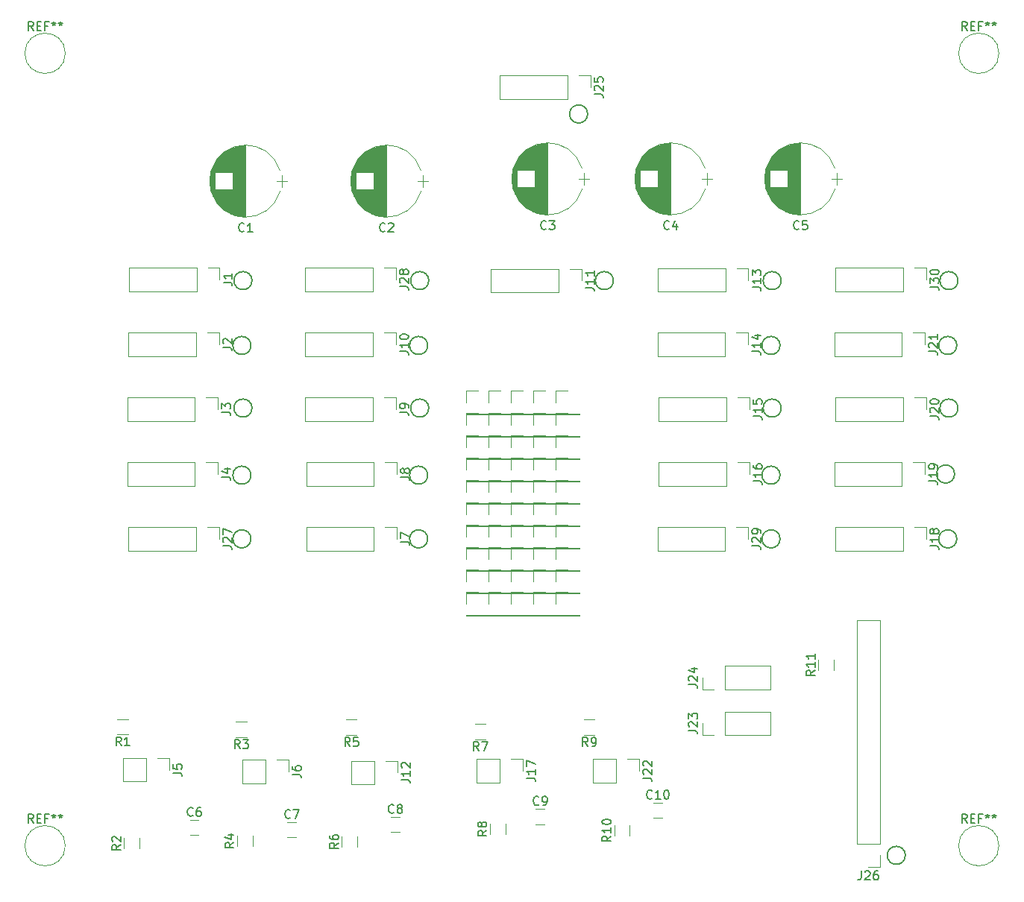
<source format=gbr>
G04 #@! TF.FileFunction,Legend,Top*
%FSLAX46Y46*%
G04 Gerber Fmt 4.6, Leading zero omitted, Abs format (unit mm)*
G04 Created by KiCad (PCBNEW 4.0.7) date Mon Jun 18 14:33:00 2018*
%MOMM*%
%LPD*%
G01*
G04 APERTURE LIST*
%ADD10C,0.100000*%
%ADD11C,0.200000*%
%ADD12C,0.120000*%
%ADD13C,0.150000*%
G04 APERTURE END LIST*
D10*
D11*
X116593907Y-40894000D02*
G75*
G03X116593907Y-40894000I-1023907J0D01*
G01*
X152661907Y-125095000D02*
G75*
G03X152661907Y-125095000I-1023907J0D01*
G01*
X119514907Y-59817000D02*
G75*
G03X119514907Y-59817000I-1023907J0D01*
G01*
X78366907Y-81915000D02*
G75*
G03X78366907Y-81915000I-1023907J0D01*
G01*
X78366907Y-89154000D02*
G75*
G03X78366907Y-89154000I-1023907J0D01*
G01*
X78493907Y-74295000D02*
G75*
G03X78493907Y-74295000I-1023907J0D01*
G01*
X78366907Y-67183000D02*
G75*
G03X78366907Y-67183000I-1023907J0D01*
G01*
X78493907Y-59817000D02*
G75*
G03X78493907Y-59817000I-1023907J0D01*
G01*
X98559907Y-59817000D02*
G75*
G03X98559907Y-59817000I-1023907J0D01*
G01*
X98432907Y-67183000D02*
G75*
G03X98432907Y-67183000I-1023907J0D01*
G01*
X98559907Y-74295000D02*
G75*
G03X98559907Y-74295000I-1023907J0D01*
G01*
X98432907Y-89154000D02*
G75*
G03X98432907Y-89154000I-1023907J0D01*
G01*
X98432907Y-81915000D02*
G75*
G03X98432907Y-81915000I-1023907J0D01*
G01*
X138437907Y-81915000D02*
G75*
G03X138437907Y-81915000I-1023907J0D01*
G01*
X138437907Y-89154000D02*
G75*
G03X138437907Y-89154000I-1023907J0D01*
G01*
X138564907Y-74295000D02*
G75*
G03X138564907Y-74295000I-1023907J0D01*
G01*
X138437907Y-67183000D02*
G75*
G03X138437907Y-67183000I-1023907J0D01*
G01*
X138564907Y-59817000D02*
G75*
G03X138564907Y-59817000I-1023907J0D01*
G01*
X158630907Y-59817000D02*
G75*
G03X158630907Y-59817000I-1023907J0D01*
G01*
X158503907Y-67183000D02*
G75*
G03X158503907Y-67183000I-1023907J0D01*
G01*
X158630907Y-74295000D02*
G75*
G03X158630907Y-74295000I-1023907J0D01*
G01*
X158249907Y-81788000D02*
G75*
G03X158249907Y-81788000I-1023907J0D01*
G01*
X158503907Y-89154000D02*
G75*
G03X158503907Y-89154000I-1023907J0D01*
G01*
D12*
X102810000Y-77530000D02*
X105470000Y-77530000D01*
X102810000Y-77470000D02*
X102810000Y-77530000D01*
X105470000Y-77470000D02*
X105470000Y-77530000D01*
X102810000Y-77470000D02*
X105470000Y-77470000D01*
X102810000Y-76200000D02*
X102810000Y-74870000D01*
X102810000Y-74870000D02*
X104140000Y-74870000D01*
X105350000Y-77530000D02*
X108010000Y-77530000D01*
X105350000Y-77470000D02*
X105350000Y-77530000D01*
X108010000Y-77470000D02*
X108010000Y-77530000D01*
X105350000Y-77470000D02*
X108010000Y-77470000D01*
X105350000Y-76200000D02*
X105350000Y-74870000D01*
X105350000Y-74870000D02*
X106680000Y-74870000D01*
X105350000Y-74990000D02*
X108010000Y-74990000D01*
X105350000Y-74930000D02*
X105350000Y-74990000D01*
X108010000Y-74930000D02*
X108010000Y-74990000D01*
X105350000Y-74930000D02*
X108010000Y-74930000D01*
X105350000Y-73660000D02*
X105350000Y-72330000D01*
X105350000Y-72330000D02*
X106680000Y-72330000D01*
X102810000Y-74990000D02*
X105470000Y-74990000D01*
X102810000Y-74930000D02*
X102810000Y-74990000D01*
X105470000Y-74930000D02*
X105470000Y-74990000D01*
X102810000Y-74930000D02*
X105470000Y-74930000D01*
X102810000Y-73660000D02*
X102810000Y-72330000D01*
X102810000Y-72330000D02*
X104140000Y-72330000D01*
X107890000Y-74990000D02*
X110550000Y-74990000D01*
X107890000Y-74930000D02*
X107890000Y-74990000D01*
X110550000Y-74930000D02*
X110550000Y-74990000D01*
X107890000Y-74930000D02*
X110550000Y-74930000D01*
X107890000Y-73660000D02*
X107890000Y-72330000D01*
X107890000Y-72330000D02*
X109220000Y-72330000D01*
X110430000Y-74990000D02*
X113090000Y-74990000D01*
X110430000Y-74930000D02*
X110430000Y-74990000D01*
X113090000Y-74930000D02*
X113090000Y-74990000D01*
X110430000Y-74930000D02*
X113090000Y-74930000D01*
X110430000Y-73660000D02*
X110430000Y-72330000D01*
X110430000Y-72330000D02*
X111760000Y-72330000D01*
X110430000Y-77530000D02*
X113090000Y-77530000D01*
X110430000Y-77470000D02*
X110430000Y-77530000D01*
X113090000Y-77470000D02*
X113090000Y-77530000D01*
X110430000Y-77470000D02*
X113090000Y-77470000D01*
X110430000Y-76200000D02*
X110430000Y-74870000D01*
X110430000Y-74870000D02*
X111760000Y-74870000D01*
X107890000Y-77530000D02*
X110550000Y-77530000D01*
X107890000Y-77470000D02*
X107890000Y-77530000D01*
X110550000Y-77470000D02*
X110550000Y-77530000D01*
X107890000Y-77470000D02*
X110550000Y-77470000D01*
X107890000Y-76200000D02*
X107890000Y-74870000D01*
X107890000Y-74870000D02*
X109220000Y-74870000D01*
X112970000Y-77530000D02*
X115630000Y-77530000D01*
X112970000Y-77470000D02*
X112970000Y-77530000D01*
X115630000Y-77470000D02*
X115630000Y-77530000D01*
X112970000Y-77470000D02*
X115630000Y-77470000D01*
X112970000Y-76200000D02*
X112970000Y-74870000D01*
X112970000Y-74870000D02*
X114300000Y-74870000D01*
X112970000Y-74990000D02*
X115630000Y-74990000D01*
X112970000Y-74930000D02*
X112970000Y-74990000D01*
X115630000Y-74930000D02*
X115630000Y-74990000D01*
X112970000Y-74930000D02*
X115630000Y-74930000D01*
X112970000Y-73660000D02*
X112970000Y-72330000D01*
X112970000Y-72330000D02*
X114300000Y-72330000D01*
X102810000Y-87690000D02*
X105470000Y-87690000D01*
X102810000Y-87630000D02*
X102810000Y-87690000D01*
X105470000Y-87630000D02*
X105470000Y-87690000D01*
X102810000Y-87630000D02*
X105470000Y-87630000D01*
X102810000Y-86360000D02*
X102810000Y-85030000D01*
X102810000Y-85030000D02*
X104140000Y-85030000D01*
X105350000Y-87690000D02*
X108010000Y-87690000D01*
X105350000Y-87630000D02*
X105350000Y-87690000D01*
X108010000Y-87630000D02*
X108010000Y-87690000D01*
X105350000Y-87630000D02*
X108010000Y-87630000D01*
X105350000Y-86360000D02*
X105350000Y-85030000D01*
X105350000Y-85030000D02*
X106680000Y-85030000D01*
X105350000Y-85150000D02*
X108010000Y-85150000D01*
X105350000Y-85090000D02*
X105350000Y-85150000D01*
X108010000Y-85090000D02*
X108010000Y-85150000D01*
X105350000Y-85090000D02*
X108010000Y-85090000D01*
X105350000Y-83820000D02*
X105350000Y-82490000D01*
X105350000Y-82490000D02*
X106680000Y-82490000D01*
X102810000Y-85150000D02*
X105470000Y-85150000D01*
X102810000Y-85090000D02*
X102810000Y-85150000D01*
X105470000Y-85090000D02*
X105470000Y-85150000D01*
X102810000Y-85090000D02*
X105470000Y-85090000D01*
X102810000Y-83820000D02*
X102810000Y-82490000D01*
X102810000Y-82490000D02*
X104140000Y-82490000D01*
X107890000Y-85150000D02*
X110550000Y-85150000D01*
X107890000Y-85090000D02*
X107890000Y-85150000D01*
X110550000Y-85090000D02*
X110550000Y-85150000D01*
X107890000Y-85090000D02*
X110550000Y-85090000D01*
X107890000Y-83820000D02*
X107890000Y-82490000D01*
X107890000Y-82490000D02*
X109220000Y-82490000D01*
X110430000Y-85150000D02*
X113090000Y-85150000D01*
X110430000Y-85090000D02*
X110430000Y-85150000D01*
X113090000Y-85090000D02*
X113090000Y-85150000D01*
X110430000Y-85090000D02*
X113090000Y-85090000D01*
X110430000Y-83820000D02*
X110430000Y-82490000D01*
X110430000Y-82490000D02*
X111760000Y-82490000D01*
X110430000Y-87690000D02*
X113090000Y-87690000D01*
X110430000Y-87630000D02*
X110430000Y-87690000D01*
X113090000Y-87630000D02*
X113090000Y-87690000D01*
X110430000Y-87630000D02*
X113090000Y-87630000D01*
X110430000Y-86360000D02*
X110430000Y-85030000D01*
X110430000Y-85030000D02*
X111760000Y-85030000D01*
X107890000Y-87690000D02*
X110550000Y-87690000D01*
X107890000Y-87630000D02*
X107890000Y-87690000D01*
X110550000Y-87630000D02*
X110550000Y-87690000D01*
X107890000Y-87630000D02*
X110550000Y-87630000D01*
X107890000Y-86360000D02*
X107890000Y-85030000D01*
X107890000Y-85030000D02*
X109220000Y-85030000D01*
X112970000Y-87690000D02*
X115630000Y-87690000D01*
X112970000Y-87630000D02*
X112970000Y-87690000D01*
X115630000Y-87630000D02*
X115630000Y-87690000D01*
X112970000Y-87630000D02*
X115630000Y-87630000D01*
X112970000Y-86360000D02*
X112970000Y-85030000D01*
X112970000Y-85030000D02*
X114300000Y-85030000D01*
X112970000Y-85150000D02*
X115630000Y-85150000D01*
X112970000Y-85090000D02*
X112970000Y-85150000D01*
X115630000Y-85090000D02*
X115630000Y-85150000D01*
X112970000Y-85090000D02*
X115630000Y-85090000D01*
X112970000Y-83820000D02*
X112970000Y-82490000D01*
X112970000Y-82490000D02*
X114300000Y-82490000D01*
X112970000Y-80070000D02*
X115630000Y-80070000D01*
X112970000Y-80010000D02*
X112970000Y-80070000D01*
X115630000Y-80010000D02*
X115630000Y-80070000D01*
X112970000Y-80010000D02*
X115630000Y-80010000D01*
X112970000Y-78740000D02*
X112970000Y-77410000D01*
X112970000Y-77410000D02*
X114300000Y-77410000D01*
X112970000Y-82610000D02*
X115630000Y-82610000D01*
X112970000Y-82550000D02*
X112970000Y-82610000D01*
X115630000Y-82550000D02*
X115630000Y-82610000D01*
X112970000Y-82550000D02*
X115630000Y-82550000D01*
X112970000Y-81280000D02*
X112970000Y-79950000D01*
X112970000Y-79950000D02*
X114300000Y-79950000D01*
X107890000Y-82610000D02*
X110550000Y-82610000D01*
X107890000Y-82550000D02*
X107890000Y-82610000D01*
X110550000Y-82550000D02*
X110550000Y-82610000D01*
X107890000Y-82550000D02*
X110550000Y-82550000D01*
X107890000Y-81280000D02*
X107890000Y-79950000D01*
X107890000Y-79950000D02*
X109220000Y-79950000D01*
X110430000Y-82610000D02*
X113090000Y-82610000D01*
X110430000Y-82550000D02*
X110430000Y-82610000D01*
X113090000Y-82550000D02*
X113090000Y-82610000D01*
X110430000Y-82550000D02*
X113090000Y-82550000D01*
X110430000Y-81280000D02*
X110430000Y-79950000D01*
X110430000Y-79950000D02*
X111760000Y-79950000D01*
X110430000Y-80070000D02*
X113090000Y-80070000D01*
X110430000Y-80010000D02*
X110430000Y-80070000D01*
X113090000Y-80010000D02*
X113090000Y-80070000D01*
X110430000Y-80010000D02*
X113090000Y-80010000D01*
X110430000Y-78740000D02*
X110430000Y-77410000D01*
X110430000Y-77410000D02*
X111760000Y-77410000D01*
X107890000Y-80070000D02*
X110550000Y-80070000D01*
X107890000Y-80010000D02*
X107890000Y-80070000D01*
X110550000Y-80010000D02*
X110550000Y-80070000D01*
X107890000Y-80010000D02*
X110550000Y-80010000D01*
X107890000Y-78740000D02*
X107890000Y-77410000D01*
X107890000Y-77410000D02*
X109220000Y-77410000D01*
X102810000Y-80070000D02*
X105470000Y-80070000D01*
X102810000Y-80010000D02*
X102810000Y-80070000D01*
X105470000Y-80010000D02*
X105470000Y-80070000D01*
X102810000Y-80010000D02*
X105470000Y-80010000D01*
X102810000Y-78740000D02*
X102810000Y-77410000D01*
X102810000Y-77410000D02*
X104140000Y-77410000D01*
X105350000Y-80070000D02*
X108010000Y-80070000D01*
X105350000Y-80010000D02*
X105350000Y-80070000D01*
X108010000Y-80010000D02*
X108010000Y-80070000D01*
X105350000Y-80010000D02*
X108010000Y-80010000D01*
X105350000Y-78740000D02*
X105350000Y-77410000D01*
X105350000Y-77410000D02*
X106680000Y-77410000D01*
X105350000Y-82610000D02*
X108010000Y-82610000D01*
X105350000Y-82550000D02*
X105350000Y-82610000D01*
X108010000Y-82550000D02*
X108010000Y-82610000D01*
X105350000Y-82550000D02*
X108010000Y-82550000D01*
X105350000Y-81280000D02*
X105350000Y-79950000D01*
X105350000Y-79950000D02*
X106680000Y-79950000D01*
X102810000Y-82610000D02*
X105470000Y-82610000D01*
X102810000Y-82550000D02*
X102810000Y-82610000D01*
X105470000Y-82550000D02*
X105470000Y-82610000D01*
X102810000Y-82550000D02*
X105470000Y-82550000D01*
X102810000Y-81280000D02*
X102810000Y-79950000D01*
X102810000Y-79950000D02*
X104140000Y-79950000D01*
X102810000Y-92770000D02*
X105470000Y-92770000D01*
X102810000Y-92710000D02*
X102810000Y-92770000D01*
X105470000Y-92710000D02*
X105470000Y-92770000D01*
X102810000Y-92710000D02*
X105470000Y-92710000D01*
X102810000Y-91440000D02*
X102810000Y-90110000D01*
X102810000Y-90110000D02*
X104140000Y-90110000D01*
X105350000Y-92770000D02*
X108010000Y-92770000D01*
X105350000Y-92710000D02*
X105350000Y-92770000D01*
X108010000Y-92710000D02*
X108010000Y-92770000D01*
X105350000Y-92710000D02*
X108010000Y-92710000D01*
X105350000Y-91440000D02*
X105350000Y-90110000D01*
X105350000Y-90110000D02*
X106680000Y-90110000D01*
X105350000Y-90230000D02*
X108010000Y-90230000D01*
X105350000Y-90170000D02*
X105350000Y-90230000D01*
X108010000Y-90170000D02*
X108010000Y-90230000D01*
X105350000Y-90170000D02*
X108010000Y-90170000D01*
X105350000Y-88900000D02*
X105350000Y-87570000D01*
X105350000Y-87570000D02*
X106680000Y-87570000D01*
X102810000Y-90230000D02*
X105470000Y-90230000D01*
X102810000Y-90170000D02*
X102810000Y-90230000D01*
X105470000Y-90170000D02*
X105470000Y-90230000D01*
X102810000Y-90170000D02*
X105470000Y-90170000D01*
X102810000Y-88900000D02*
X102810000Y-87570000D01*
X102810000Y-87570000D02*
X104140000Y-87570000D01*
X107890000Y-90230000D02*
X110550000Y-90230000D01*
X107890000Y-90170000D02*
X107890000Y-90230000D01*
X110550000Y-90170000D02*
X110550000Y-90230000D01*
X107890000Y-90170000D02*
X110550000Y-90170000D01*
X107890000Y-88900000D02*
X107890000Y-87570000D01*
X107890000Y-87570000D02*
X109220000Y-87570000D01*
X110430000Y-90230000D02*
X113090000Y-90230000D01*
X110430000Y-90170000D02*
X110430000Y-90230000D01*
X113090000Y-90170000D02*
X113090000Y-90230000D01*
X110430000Y-90170000D02*
X113090000Y-90170000D01*
X110430000Y-88900000D02*
X110430000Y-87570000D01*
X110430000Y-87570000D02*
X111760000Y-87570000D01*
X110430000Y-92770000D02*
X113090000Y-92770000D01*
X110430000Y-92710000D02*
X110430000Y-92770000D01*
X113090000Y-92710000D02*
X113090000Y-92770000D01*
X110430000Y-92710000D02*
X113090000Y-92710000D01*
X110430000Y-91440000D02*
X110430000Y-90110000D01*
X110430000Y-90110000D02*
X111760000Y-90110000D01*
X107890000Y-92770000D02*
X110550000Y-92770000D01*
X107890000Y-92710000D02*
X107890000Y-92770000D01*
X110550000Y-92710000D02*
X110550000Y-92770000D01*
X107890000Y-92710000D02*
X110550000Y-92710000D01*
X107890000Y-91440000D02*
X107890000Y-90110000D01*
X107890000Y-90110000D02*
X109220000Y-90110000D01*
X112970000Y-92770000D02*
X115630000Y-92770000D01*
X112970000Y-92710000D02*
X112970000Y-92770000D01*
X115630000Y-92710000D02*
X115630000Y-92770000D01*
X112970000Y-92710000D02*
X115630000Y-92710000D01*
X112970000Y-91440000D02*
X112970000Y-90110000D01*
X112970000Y-90110000D02*
X114300000Y-90110000D01*
X112970000Y-90230000D02*
X115630000Y-90230000D01*
X112970000Y-90170000D02*
X112970000Y-90230000D01*
X115630000Y-90170000D02*
X115630000Y-90230000D01*
X112970000Y-90170000D02*
X115630000Y-90170000D01*
X112970000Y-88900000D02*
X112970000Y-87570000D01*
X112970000Y-87570000D02*
X114300000Y-87570000D01*
X112970000Y-95310000D02*
X115630000Y-95310000D01*
X112970000Y-95250000D02*
X112970000Y-95310000D01*
X115630000Y-95250000D02*
X115630000Y-95310000D01*
X112970000Y-95250000D02*
X115630000Y-95250000D01*
X112970000Y-93980000D02*
X112970000Y-92650000D01*
X112970000Y-92650000D02*
X114300000Y-92650000D01*
X112970000Y-97850000D02*
X115630000Y-97850000D01*
X112970000Y-97790000D02*
X112970000Y-97850000D01*
X115630000Y-97790000D02*
X115630000Y-97850000D01*
X112970000Y-97790000D02*
X115630000Y-97790000D01*
X112970000Y-96520000D02*
X112970000Y-95190000D01*
X112970000Y-95190000D02*
X114300000Y-95190000D01*
X107890000Y-97850000D02*
X110550000Y-97850000D01*
X107890000Y-97790000D02*
X107890000Y-97850000D01*
X110550000Y-97790000D02*
X110550000Y-97850000D01*
X107890000Y-97790000D02*
X110550000Y-97790000D01*
X107890000Y-96520000D02*
X107890000Y-95190000D01*
X107890000Y-95190000D02*
X109220000Y-95190000D01*
X110430000Y-97850000D02*
X113090000Y-97850000D01*
X110430000Y-97790000D02*
X110430000Y-97850000D01*
X113090000Y-97790000D02*
X113090000Y-97850000D01*
X110430000Y-97790000D02*
X113090000Y-97790000D01*
X110430000Y-96520000D02*
X110430000Y-95190000D01*
X110430000Y-95190000D02*
X111760000Y-95190000D01*
X110430000Y-95310000D02*
X113090000Y-95310000D01*
X110430000Y-95250000D02*
X110430000Y-95310000D01*
X113090000Y-95250000D02*
X113090000Y-95310000D01*
X110430000Y-95250000D02*
X113090000Y-95250000D01*
X110430000Y-93980000D02*
X110430000Y-92650000D01*
X110430000Y-92650000D02*
X111760000Y-92650000D01*
X107890000Y-95310000D02*
X110550000Y-95310000D01*
X107890000Y-95250000D02*
X107890000Y-95310000D01*
X110550000Y-95250000D02*
X110550000Y-95310000D01*
X107890000Y-95250000D02*
X110550000Y-95250000D01*
X107890000Y-93980000D02*
X107890000Y-92650000D01*
X107890000Y-92650000D02*
X109220000Y-92650000D01*
X102810000Y-95310000D02*
X105470000Y-95310000D01*
X102810000Y-95250000D02*
X102810000Y-95310000D01*
X105470000Y-95250000D02*
X105470000Y-95310000D01*
X102810000Y-95250000D02*
X105470000Y-95250000D01*
X102810000Y-93980000D02*
X102810000Y-92650000D01*
X102810000Y-92650000D02*
X104140000Y-92650000D01*
X105350000Y-95310000D02*
X108010000Y-95310000D01*
X105350000Y-95250000D02*
X105350000Y-95310000D01*
X108010000Y-95250000D02*
X108010000Y-95310000D01*
X105350000Y-95250000D02*
X108010000Y-95250000D01*
X105350000Y-93980000D02*
X105350000Y-92650000D01*
X105350000Y-92650000D02*
X106680000Y-92650000D01*
X105350000Y-97850000D02*
X108010000Y-97850000D01*
X105350000Y-97790000D02*
X105350000Y-97850000D01*
X108010000Y-97790000D02*
X108010000Y-97850000D01*
X105350000Y-97790000D02*
X108010000Y-97790000D01*
X105350000Y-96520000D02*
X105350000Y-95190000D01*
X105350000Y-95190000D02*
X106680000Y-95190000D01*
X102810000Y-97850000D02*
X105470000Y-97850000D01*
X102810000Y-97790000D02*
X102810000Y-97850000D01*
X105470000Y-97790000D02*
X105470000Y-97850000D01*
X102810000Y-97790000D02*
X105470000Y-97790000D01*
X102810000Y-96520000D02*
X102810000Y-95190000D01*
X102810000Y-95190000D02*
X104140000Y-95190000D01*
X106620000Y-36516000D02*
X106620000Y-39176000D01*
X114300000Y-36516000D02*
X106620000Y-36516000D01*
X114300000Y-39176000D02*
X106620000Y-39176000D01*
X114300000Y-36516000D02*
X114300000Y-39176000D01*
X115570000Y-36516000D02*
X116900000Y-36516000D01*
X116900000Y-36516000D02*
X116900000Y-37846000D01*
X124527000Y-87824000D02*
X124527000Y-90484000D01*
X132207000Y-87824000D02*
X124527000Y-87824000D01*
X132207000Y-90484000D02*
X124527000Y-90484000D01*
X132207000Y-87824000D02*
X132207000Y-90484000D01*
X133477000Y-87824000D02*
X134807000Y-87824000D01*
X134807000Y-87824000D02*
X134807000Y-89154000D01*
X72445500Y-121101000D02*
X71445500Y-121101000D01*
X71445500Y-122801000D02*
X72445500Y-122801000D01*
X83510000Y-121355000D02*
X82510000Y-121355000D01*
X82510000Y-123055000D02*
X83510000Y-123055000D01*
X95257000Y-120767500D02*
X94257000Y-120767500D01*
X94257000Y-122467500D02*
X95257000Y-122467500D01*
X111703500Y-119847000D02*
X110703500Y-119847000D01*
X110703500Y-121547000D02*
X111703500Y-121547000D01*
X125053500Y-119132500D02*
X124053500Y-119132500D01*
X124053500Y-120832500D02*
X125053500Y-120832500D01*
X64519500Y-58360000D02*
X64519500Y-61020000D01*
X72199500Y-58360000D02*
X64519500Y-58360000D01*
X72199500Y-61020000D02*
X64519500Y-61020000D01*
X72199500Y-58360000D02*
X72199500Y-61020000D01*
X73469500Y-58360000D02*
X74799500Y-58360000D01*
X74799500Y-58360000D02*
X74799500Y-59690000D01*
X64456000Y-65726000D02*
X64456000Y-68386000D01*
X72136000Y-65726000D02*
X64456000Y-65726000D01*
X72136000Y-68386000D02*
X64456000Y-68386000D01*
X72136000Y-65726000D02*
X72136000Y-68386000D01*
X73406000Y-65726000D02*
X74736000Y-65726000D01*
X74736000Y-65726000D02*
X74736000Y-67056000D01*
X64329000Y-73092000D02*
X64329000Y-75752000D01*
X72009000Y-73092000D02*
X64329000Y-73092000D01*
X72009000Y-75752000D02*
X64329000Y-75752000D01*
X72009000Y-73092000D02*
X72009000Y-75752000D01*
X73279000Y-73092000D02*
X74609000Y-73092000D01*
X74609000Y-73092000D02*
X74609000Y-74422000D01*
X64329000Y-80458000D02*
X64329000Y-83118000D01*
X72009000Y-80458000D02*
X64329000Y-80458000D01*
X72009000Y-83118000D02*
X64329000Y-83118000D01*
X72009000Y-80458000D02*
X72009000Y-83118000D01*
X73279000Y-80458000D02*
X74609000Y-80458000D01*
X74609000Y-80458000D02*
X74609000Y-81788000D01*
X63884500Y-114049500D02*
X63884500Y-116709500D01*
X66484500Y-114049500D02*
X63884500Y-114049500D01*
X66484500Y-116709500D02*
X63884500Y-116709500D01*
X66484500Y-114049500D02*
X66484500Y-116709500D01*
X67754500Y-114049500D02*
X69084500Y-114049500D01*
X69084500Y-114049500D02*
X69084500Y-115379500D01*
X77410000Y-114240000D02*
X77410000Y-116900000D01*
X80010000Y-114240000D02*
X77410000Y-114240000D01*
X80010000Y-116900000D02*
X77410000Y-116900000D01*
X80010000Y-114240000D02*
X80010000Y-116900000D01*
X81280000Y-114240000D02*
X82610000Y-114240000D01*
X82610000Y-114240000D02*
X82610000Y-115570000D01*
X84649000Y-87824000D02*
X84649000Y-90484000D01*
X92329000Y-87824000D02*
X84649000Y-87824000D01*
X92329000Y-90484000D02*
X84649000Y-90484000D01*
X92329000Y-87824000D02*
X92329000Y-90484000D01*
X93599000Y-87824000D02*
X94929000Y-87824000D01*
X94929000Y-87824000D02*
X94929000Y-89154000D01*
X84649000Y-80458000D02*
X84649000Y-83118000D01*
X92329000Y-80458000D02*
X84649000Y-80458000D01*
X92329000Y-83118000D02*
X84649000Y-83118000D01*
X92329000Y-80458000D02*
X92329000Y-83118000D01*
X93599000Y-80458000D02*
X94929000Y-80458000D01*
X94929000Y-80458000D02*
X94929000Y-81788000D01*
X84522000Y-73092000D02*
X84522000Y-75752000D01*
X92202000Y-73092000D02*
X84522000Y-73092000D01*
X92202000Y-75752000D02*
X84522000Y-75752000D01*
X92202000Y-73092000D02*
X92202000Y-75752000D01*
X93472000Y-73092000D02*
X94802000Y-73092000D01*
X94802000Y-73092000D02*
X94802000Y-74422000D01*
X84522000Y-65726000D02*
X84522000Y-68386000D01*
X92202000Y-65726000D02*
X84522000Y-65726000D01*
X92202000Y-68386000D02*
X84522000Y-68386000D01*
X92202000Y-65726000D02*
X92202000Y-68386000D01*
X93472000Y-65726000D02*
X94802000Y-65726000D01*
X94802000Y-65726000D02*
X94802000Y-67056000D01*
X105604000Y-58487000D02*
X105604000Y-61147000D01*
X113284000Y-58487000D02*
X105604000Y-58487000D01*
X113284000Y-61147000D02*
X105604000Y-61147000D01*
X113284000Y-58487000D02*
X113284000Y-61147000D01*
X114554000Y-58487000D02*
X115884000Y-58487000D01*
X115884000Y-58487000D02*
X115884000Y-59817000D01*
X89792500Y-114367000D02*
X89792500Y-117027000D01*
X92392500Y-114367000D02*
X89792500Y-114367000D01*
X92392500Y-117027000D02*
X89792500Y-117027000D01*
X92392500Y-114367000D02*
X92392500Y-117027000D01*
X93662500Y-114367000D02*
X94992500Y-114367000D01*
X94992500Y-114367000D02*
X94992500Y-115697000D01*
X124550000Y-58420000D02*
X124550000Y-61080000D01*
X132230000Y-58420000D02*
X124550000Y-58420000D01*
X132230000Y-61080000D02*
X124550000Y-61080000D01*
X132230000Y-58420000D02*
X132230000Y-61080000D01*
X133500000Y-58420000D02*
X134830000Y-58420000D01*
X134830000Y-58420000D02*
X134830000Y-59750000D01*
X124527000Y-65726000D02*
X124527000Y-68386000D01*
X132207000Y-65726000D02*
X124527000Y-65726000D01*
X132207000Y-68386000D02*
X124527000Y-68386000D01*
X132207000Y-65726000D02*
X132207000Y-68386000D01*
X133477000Y-65726000D02*
X134807000Y-65726000D01*
X134807000Y-65726000D02*
X134807000Y-67056000D01*
X124654000Y-73092000D02*
X124654000Y-75752000D01*
X132334000Y-73092000D02*
X124654000Y-73092000D01*
X132334000Y-75752000D02*
X124654000Y-75752000D01*
X132334000Y-73092000D02*
X132334000Y-75752000D01*
X133604000Y-73092000D02*
X134934000Y-73092000D01*
X134934000Y-73092000D02*
X134934000Y-74422000D01*
X124654000Y-80458000D02*
X124654000Y-83118000D01*
X132334000Y-80458000D02*
X124654000Y-80458000D01*
X132334000Y-83118000D02*
X124654000Y-83118000D01*
X132334000Y-80458000D02*
X132334000Y-83118000D01*
X133604000Y-80458000D02*
X134934000Y-80458000D01*
X134934000Y-80458000D02*
X134934000Y-81788000D01*
X104016500Y-114176500D02*
X104016500Y-116836500D01*
X106616500Y-114176500D02*
X104016500Y-114176500D01*
X106616500Y-116836500D02*
X104016500Y-116836500D01*
X106616500Y-114176500D02*
X106616500Y-116836500D01*
X107886500Y-114176500D02*
X109216500Y-114176500D01*
X109216500Y-114176500D02*
X109216500Y-115506500D01*
X144720000Y-87824000D02*
X144720000Y-90484000D01*
X152400000Y-87824000D02*
X144720000Y-87824000D01*
X152400000Y-90484000D02*
X144720000Y-90484000D01*
X152400000Y-87824000D02*
X152400000Y-90484000D01*
X153670000Y-87824000D02*
X155000000Y-87824000D01*
X155000000Y-87824000D02*
X155000000Y-89154000D01*
X144593000Y-80458000D02*
X144593000Y-83118000D01*
X152273000Y-80458000D02*
X144593000Y-80458000D01*
X152273000Y-83118000D02*
X144593000Y-83118000D01*
X152273000Y-80458000D02*
X152273000Y-83118000D01*
X153543000Y-80458000D02*
X154873000Y-80458000D01*
X154873000Y-80458000D02*
X154873000Y-81788000D01*
X144720000Y-73092000D02*
X144720000Y-75752000D01*
X152400000Y-73092000D02*
X144720000Y-73092000D01*
X152400000Y-75752000D02*
X144720000Y-75752000D01*
X152400000Y-73092000D02*
X152400000Y-75752000D01*
X153670000Y-73092000D02*
X155000000Y-73092000D01*
X155000000Y-73092000D02*
X155000000Y-74422000D01*
X144593000Y-65726000D02*
X144593000Y-68386000D01*
X152273000Y-65726000D02*
X144593000Y-65726000D01*
X152273000Y-68386000D02*
X144593000Y-68386000D01*
X152273000Y-65726000D02*
X152273000Y-68386000D01*
X153543000Y-65726000D02*
X154873000Y-65726000D01*
X154873000Y-65726000D02*
X154873000Y-67056000D01*
X117224500Y-114176500D02*
X117224500Y-116836500D01*
X119824500Y-114176500D02*
X117224500Y-114176500D01*
X119824500Y-116836500D02*
X117224500Y-116836500D01*
X119824500Y-114176500D02*
X119824500Y-116836500D01*
X121094500Y-114176500D02*
X122424500Y-114176500D01*
X122424500Y-114176500D02*
X122424500Y-115506500D01*
X137347000Y-111439000D02*
X137347000Y-108779000D01*
X132207000Y-111439000D02*
X137347000Y-111439000D01*
X132207000Y-108779000D02*
X137347000Y-108779000D01*
X132207000Y-111439000D02*
X132207000Y-108779000D01*
X130937000Y-111439000D02*
X129607000Y-111439000D01*
X129607000Y-111439000D02*
X129607000Y-110109000D01*
X137347000Y-106232000D02*
X137347000Y-103572000D01*
X132207000Y-106232000D02*
X137347000Y-106232000D01*
X132207000Y-103572000D02*
X137347000Y-103572000D01*
X132207000Y-106232000D02*
X132207000Y-103572000D01*
X130937000Y-106232000D02*
X129607000Y-106232000D01*
X129607000Y-106232000D02*
X129607000Y-104902000D01*
X149793000Y-98365000D02*
X147133000Y-98365000D01*
X149793000Y-123825000D02*
X149793000Y-98365000D01*
X147133000Y-123825000D02*
X147133000Y-98365000D01*
X149793000Y-123825000D02*
X147133000Y-123825000D01*
X149793000Y-125095000D02*
X149793000Y-126425000D01*
X149793000Y-126425000D02*
X148463000Y-126425000D01*
X63217500Y-109610000D02*
X64417500Y-109610000D01*
X64417500Y-111370000D02*
X63217500Y-111370000D01*
X65713500Y-123129000D02*
X65713500Y-124329000D01*
X63953500Y-124329000D02*
X63953500Y-123129000D01*
X76679500Y-109927500D02*
X77879500Y-109927500D01*
X77879500Y-111687500D02*
X76679500Y-111687500D01*
X78556000Y-122875000D02*
X78556000Y-124075000D01*
X76796000Y-124075000D02*
X76796000Y-122875000D01*
X89189000Y-109673500D02*
X90389000Y-109673500D01*
X90389000Y-111433500D02*
X89189000Y-111433500D01*
X90430000Y-122922500D02*
X90430000Y-124122500D01*
X88670000Y-124122500D02*
X88670000Y-122922500D01*
X103794000Y-110181500D02*
X104994000Y-110181500D01*
X104994000Y-111941500D02*
X103794000Y-111941500D01*
X107257500Y-121494000D02*
X107257500Y-122694000D01*
X105497500Y-122694000D02*
X105497500Y-121494000D01*
X116176500Y-109673500D02*
X117376500Y-109673500D01*
X117376500Y-111433500D02*
X116176500Y-111433500D01*
X121369500Y-121668500D02*
X121369500Y-122868500D01*
X119609500Y-122868500D02*
X119609500Y-121668500D01*
X64456000Y-87824000D02*
X64456000Y-90484000D01*
X72136000Y-87824000D02*
X64456000Y-87824000D01*
X72136000Y-90484000D02*
X64456000Y-90484000D01*
X72136000Y-87824000D02*
X72136000Y-90484000D01*
X73406000Y-87824000D02*
X74736000Y-87824000D01*
X74736000Y-87824000D02*
X74736000Y-89154000D01*
X84522000Y-58360000D02*
X84522000Y-61020000D01*
X92202000Y-58360000D02*
X84522000Y-58360000D01*
X92202000Y-61020000D02*
X84522000Y-61020000D01*
X92202000Y-58360000D02*
X92202000Y-61020000D01*
X93472000Y-58360000D02*
X94802000Y-58360000D01*
X94802000Y-58360000D02*
X94802000Y-59690000D01*
X144750000Y-58370000D02*
X144750000Y-61030000D01*
X152430000Y-58370000D02*
X144750000Y-58370000D01*
X152430000Y-61030000D02*
X144750000Y-61030000D01*
X152430000Y-58370000D02*
X152430000Y-61030000D01*
X153700000Y-58370000D02*
X155030000Y-58370000D01*
X155030000Y-58370000D02*
X155030000Y-59700000D01*
X73847149Y-49691445D02*
G75*
G03X81680082Y-49694000I3916851J1177445D01*
G01*
X73847149Y-47336555D02*
G75*
G02X81680082Y-47334000I3916851J-1177445D01*
G01*
X73847149Y-47336555D02*
G75*
G03X73847918Y-49694000I3916851J-1177445D01*
G01*
X77764000Y-52564000D02*
X77764000Y-44464000D01*
X77724000Y-52564000D02*
X77724000Y-44464000D01*
X77684000Y-52564000D02*
X77684000Y-44464000D01*
X77644000Y-52563000D02*
X77644000Y-44465000D01*
X77604000Y-52561000D02*
X77604000Y-44467000D01*
X77564000Y-52560000D02*
X77564000Y-44468000D01*
X77524000Y-52557000D02*
X77524000Y-44471000D01*
X77484000Y-52555000D02*
X77484000Y-44473000D01*
X77444000Y-52552000D02*
X77444000Y-44476000D01*
X77404000Y-52549000D02*
X77404000Y-44479000D01*
X77364000Y-52545000D02*
X77364000Y-44483000D01*
X77324000Y-52541000D02*
X77324000Y-44487000D01*
X77284000Y-52536000D02*
X77284000Y-44492000D01*
X77244000Y-52531000D02*
X77244000Y-44497000D01*
X77204000Y-52526000D02*
X77204000Y-44502000D01*
X77164000Y-52520000D02*
X77164000Y-44508000D01*
X77124000Y-52514000D02*
X77124000Y-44514000D01*
X77084000Y-52508000D02*
X77084000Y-44520000D01*
X77043000Y-52501000D02*
X77043000Y-44527000D01*
X77003000Y-52493000D02*
X77003000Y-44535000D01*
X76963000Y-52485000D02*
X76963000Y-44543000D01*
X76923000Y-52477000D02*
X76923000Y-44551000D01*
X76883000Y-52469000D02*
X76883000Y-44559000D01*
X76843000Y-52460000D02*
X76843000Y-44568000D01*
X76803000Y-52450000D02*
X76803000Y-44578000D01*
X76763000Y-52440000D02*
X76763000Y-44588000D01*
X76723000Y-52430000D02*
X76723000Y-44598000D01*
X76683000Y-52419000D02*
X76683000Y-44609000D01*
X76643000Y-52408000D02*
X76643000Y-44620000D01*
X76603000Y-52397000D02*
X76603000Y-44631000D01*
X76563000Y-52384000D02*
X76563000Y-44644000D01*
X76523000Y-52372000D02*
X76523000Y-44656000D01*
X76483000Y-52359000D02*
X76483000Y-44669000D01*
X76443000Y-52346000D02*
X76443000Y-44682000D01*
X76403000Y-52332000D02*
X76403000Y-44696000D01*
X76363000Y-52317000D02*
X76363000Y-44711000D01*
X76323000Y-52303000D02*
X76323000Y-44725000D01*
X76283000Y-52287000D02*
X76283000Y-44741000D01*
X76243000Y-52272000D02*
X76243000Y-49494000D01*
X76243000Y-47534000D02*
X76243000Y-44756000D01*
X76203000Y-52255000D02*
X76203000Y-49494000D01*
X76203000Y-47534000D02*
X76203000Y-44773000D01*
X76163000Y-52239000D02*
X76163000Y-49494000D01*
X76163000Y-47534000D02*
X76163000Y-44789000D01*
X76123000Y-52221000D02*
X76123000Y-49494000D01*
X76123000Y-47534000D02*
X76123000Y-44807000D01*
X76083000Y-52204000D02*
X76083000Y-49494000D01*
X76083000Y-47534000D02*
X76083000Y-44824000D01*
X76043000Y-52185000D02*
X76043000Y-49494000D01*
X76043000Y-47534000D02*
X76043000Y-44843000D01*
X76003000Y-52166000D02*
X76003000Y-49494000D01*
X76003000Y-47534000D02*
X76003000Y-44862000D01*
X75963000Y-52147000D02*
X75963000Y-49494000D01*
X75963000Y-47534000D02*
X75963000Y-44881000D01*
X75923000Y-52127000D02*
X75923000Y-49494000D01*
X75923000Y-47534000D02*
X75923000Y-44901000D01*
X75883000Y-52107000D02*
X75883000Y-49494000D01*
X75883000Y-47534000D02*
X75883000Y-44921000D01*
X75843000Y-52086000D02*
X75843000Y-49494000D01*
X75843000Y-47534000D02*
X75843000Y-44942000D01*
X75803000Y-52064000D02*
X75803000Y-49494000D01*
X75803000Y-47534000D02*
X75803000Y-44964000D01*
X75763000Y-52042000D02*
X75763000Y-49494000D01*
X75763000Y-47534000D02*
X75763000Y-44986000D01*
X75723000Y-52019000D02*
X75723000Y-49494000D01*
X75723000Y-47534000D02*
X75723000Y-45009000D01*
X75683000Y-51996000D02*
X75683000Y-49494000D01*
X75683000Y-47534000D02*
X75683000Y-45032000D01*
X75643000Y-51972000D02*
X75643000Y-49494000D01*
X75643000Y-47534000D02*
X75643000Y-45056000D01*
X75603000Y-51948000D02*
X75603000Y-49494000D01*
X75603000Y-47534000D02*
X75603000Y-45080000D01*
X75563000Y-51922000D02*
X75563000Y-49494000D01*
X75563000Y-47534000D02*
X75563000Y-45106000D01*
X75523000Y-51897000D02*
X75523000Y-49494000D01*
X75523000Y-47534000D02*
X75523000Y-45131000D01*
X75483000Y-51870000D02*
X75483000Y-49494000D01*
X75483000Y-47534000D02*
X75483000Y-45158000D01*
X75443000Y-51843000D02*
X75443000Y-49494000D01*
X75443000Y-47534000D02*
X75443000Y-45185000D01*
X75403000Y-51815000D02*
X75403000Y-49494000D01*
X75403000Y-47534000D02*
X75403000Y-45213000D01*
X75363000Y-51786000D02*
X75363000Y-49494000D01*
X75363000Y-47534000D02*
X75363000Y-45242000D01*
X75323000Y-51757000D02*
X75323000Y-49494000D01*
X75323000Y-47534000D02*
X75323000Y-45271000D01*
X75283000Y-51727000D02*
X75283000Y-49494000D01*
X75283000Y-47534000D02*
X75283000Y-45301000D01*
X75243000Y-51696000D02*
X75243000Y-49494000D01*
X75243000Y-47534000D02*
X75243000Y-45332000D01*
X75203000Y-51664000D02*
X75203000Y-49494000D01*
X75203000Y-47534000D02*
X75203000Y-45364000D01*
X75163000Y-51632000D02*
X75163000Y-49494000D01*
X75163000Y-47534000D02*
X75163000Y-45396000D01*
X75123000Y-51598000D02*
X75123000Y-49494000D01*
X75123000Y-47534000D02*
X75123000Y-45430000D01*
X75083000Y-51564000D02*
X75083000Y-49494000D01*
X75083000Y-47534000D02*
X75083000Y-45464000D01*
X75043000Y-51529000D02*
X75043000Y-49494000D01*
X75043000Y-47534000D02*
X75043000Y-45499000D01*
X75003000Y-51493000D02*
X75003000Y-49494000D01*
X75003000Y-47534000D02*
X75003000Y-45535000D01*
X74963000Y-51456000D02*
X74963000Y-49494000D01*
X74963000Y-47534000D02*
X74963000Y-45572000D01*
X74923000Y-51418000D02*
X74923000Y-49494000D01*
X74923000Y-47534000D02*
X74923000Y-45610000D01*
X74883000Y-51379000D02*
X74883000Y-49494000D01*
X74883000Y-47534000D02*
X74883000Y-45649000D01*
X74843000Y-51338000D02*
X74843000Y-49494000D01*
X74843000Y-47534000D02*
X74843000Y-45690000D01*
X74803000Y-51297000D02*
X74803000Y-49494000D01*
X74803000Y-47534000D02*
X74803000Y-45731000D01*
X74763000Y-51254000D02*
X74763000Y-49494000D01*
X74763000Y-47534000D02*
X74763000Y-45774000D01*
X74723000Y-51211000D02*
X74723000Y-49494000D01*
X74723000Y-47534000D02*
X74723000Y-45817000D01*
X74683000Y-51166000D02*
X74683000Y-49494000D01*
X74683000Y-47534000D02*
X74683000Y-45862000D01*
X74643000Y-51119000D02*
X74643000Y-49494000D01*
X74643000Y-47534000D02*
X74643000Y-45909000D01*
X74603000Y-51071000D02*
X74603000Y-49494000D01*
X74603000Y-47534000D02*
X74603000Y-45957000D01*
X74563000Y-51022000D02*
X74563000Y-49494000D01*
X74563000Y-47534000D02*
X74563000Y-46006000D01*
X74523000Y-50971000D02*
X74523000Y-49494000D01*
X74523000Y-47534000D02*
X74523000Y-46057000D01*
X74483000Y-50918000D02*
X74483000Y-49494000D01*
X74483000Y-47534000D02*
X74483000Y-46110000D01*
X74443000Y-50863000D02*
X74443000Y-49494000D01*
X74443000Y-47534000D02*
X74443000Y-46165000D01*
X74403000Y-50807000D02*
X74403000Y-49494000D01*
X74403000Y-47534000D02*
X74403000Y-46221000D01*
X74363000Y-50748000D02*
X74363000Y-49494000D01*
X74363000Y-47534000D02*
X74363000Y-46280000D01*
X74323000Y-50687000D02*
X74323000Y-49494000D01*
X74323000Y-47534000D02*
X74323000Y-46341000D01*
X74283000Y-50623000D02*
X74283000Y-46405000D01*
X74243000Y-50557000D02*
X74243000Y-46471000D01*
X74203000Y-50488000D02*
X74203000Y-46540000D01*
X74163000Y-50416000D02*
X74163000Y-46612000D01*
X74123000Y-50340000D02*
X74123000Y-46688000D01*
X74083000Y-50259000D02*
X74083000Y-46769000D01*
X74043000Y-50174000D02*
X74043000Y-46854000D01*
X74003000Y-50084000D02*
X74003000Y-46944000D01*
X73963000Y-49987000D02*
X73963000Y-47041000D01*
X73923000Y-49883000D02*
X73923000Y-47145000D01*
X73883000Y-49768000D02*
X73883000Y-47260000D01*
X73843000Y-49641000D02*
X73843000Y-47387000D01*
X73803000Y-49497000D02*
X73803000Y-47531000D01*
X73763000Y-49328000D02*
X73763000Y-47700000D01*
X73723000Y-49112000D02*
X73723000Y-47916000D01*
X73683000Y-48760000D02*
X73683000Y-48268000D01*
X82464000Y-48514000D02*
X81264000Y-48514000D01*
X81864000Y-49164000D02*
X81864000Y-47864000D01*
X89849149Y-49691445D02*
G75*
G03X97682082Y-49694000I3916851J1177445D01*
G01*
X89849149Y-47336555D02*
G75*
G02X97682082Y-47334000I3916851J-1177445D01*
G01*
X89849149Y-47336555D02*
G75*
G03X89849918Y-49694000I3916851J-1177445D01*
G01*
X93766000Y-52564000D02*
X93766000Y-44464000D01*
X93726000Y-52564000D02*
X93726000Y-44464000D01*
X93686000Y-52564000D02*
X93686000Y-44464000D01*
X93646000Y-52563000D02*
X93646000Y-44465000D01*
X93606000Y-52561000D02*
X93606000Y-44467000D01*
X93566000Y-52560000D02*
X93566000Y-44468000D01*
X93526000Y-52557000D02*
X93526000Y-44471000D01*
X93486000Y-52555000D02*
X93486000Y-44473000D01*
X93446000Y-52552000D02*
X93446000Y-44476000D01*
X93406000Y-52549000D02*
X93406000Y-44479000D01*
X93366000Y-52545000D02*
X93366000Y-44483000D01*
X93326000Y-52541000D02*
X93326000Y-44487000D01*
X93286000Y-52536000D02*
X93286000Y-44492000D01*
X93246000Y-52531000D02*
X93246000Y-44497000D01*
X93206000Y-52526000D02*
X93206000Y-44502000D01*
X93166000Y-52520000D02*
X93166000Y-44508000D01*
X93126000Y-52514000D02*
X93126000Y-44514000D01*
X93086000Y-52508000D02*
X93086000Y-44520000D01*
X93045000Y-52501000D02*
X93045000Y-44527000D01*
X93005000Y-52493000D02*
X93005000Y-44535000D01*
X92965000Y-52485000D02*
X92965000Y-44543000D01*
X92925000Y-52477000D02*
X92925000Y-44551000D01*
X92885000Y-52469000D02*
X92885000Y-44559000D01*
X92845000Y-52460000D02*
X92845000Y-44568000D01*
X92805000Y-52450000D02*
X92805000Y-44578000D01*
X92765000Y-52440000D02*
X92765000Y-44588000D01*
X92725000Y-52430000D02*
X92725000Y-44598000D01*
X92685000Y-52419000D02*
X92685000Y-44609000D01*
X92645000Y-52408000D02*
X92645000Y-44620000D01*
X92605000Y-52397000D02*
X92605000Y-44631000D01*
X92565000Y-52384000D02*
X92565000Y-44644000D01*
X92525000Y-52372000D02*
X92525000Y-44656000D01*
X92485000Y-52359000D02*
X92485000Y-44669000D01*
X92445000Y-52346000D02*
X92445000Y-44682000D01*
X92405000Y-52332000D02*
X92405000Y-44696000D01*
X92365000Y-52317000D02*
X92365000Y-44711000D01*
X92325000Y-52303000D02*
X92325000Y-44725000D01*
X92285000Y-52287000D02*
X92285000Y-44741000D01*
X92245000Y-52272000D02*
X92245000Y-49494000D01*
X92245000Y-47534000D02*
X92245000Y-44756000D01*
X92205000Y-52255000D02*
X92205000Y-49494000D01*
X92205000Y-47534000D02*
X92205000Y-44773000D01*
X92165000Y-52239000D02*
X92165000Y-49494000D01*
X92165000Y-47534000D02*
X92165000Y-44789000D01*
X92125000Y-52221000D02*
X92125000Y-49494000D01*
X92125000Y-47534000D02*
X92125000Y-44807000D01*
X92085000Y-52204000D02*
X92085000Y-49494000D01*
X92085000Y-47534000D02*
X92085000Y-44824000D01*
X92045000Y-52185000D02*
X92045000Y-49494000D01*
X92045000Y-47534000D02*
X92045000Y-44843000D01*
X92005000Y-52166000D02*
X92005000Y-49494000D01*
X92005000Y-47534000D02*
X92005000Y-44862000D01*
X91965000Y-52147000D02*
X91965000Y-49494000D01*
X91965000Y-47534000D02*
X91965000Y-44881000D01*
X91925000Y-52127000D02*
X91925000Y-49494000D01*
X91925000Y-47534000D02*
X91925000Y-44901000D01*
X91885000Y-52107000D02*
X91885000Y-49494000D01*
X91885000Y-47534000D02*
X91885000Y-44921000D01*
X91845000Y-52086000D02*
X91845000Y-49494000D01*
X91845000Y-47534000D02*
X91845000Y-44942000D01*
X91805000Y-52064000D02*
X91805000Y-49494000D01*
X91805000Y-47534000D02*
X91805000Y-44964000D01*
X91765000Y-52042000D02*
X91765000Y-49494000D01*
X91765000Y-47534000D02*
X91765000Y-44986000D01*
X91725000Y-52019000D02*
X91725000Y-49494000D01*
X91725000Y-47534000D02*
X91725000Y-45009000D01*
X91685000Y-51996000D02*
X91685000Y-49494000D01*
X91685000Y-47534000D02*
X91685000Y-45032000D01*
X91645000Y-51972000D02*
X91645000Y-49494000D01*
X91645000Y-47534000D02*
X91645000Y-45056000D01*
X91605000Y-51948000D02*
X91605000Y-49494000D01*
X91605000Y-47534000D02*
X91605000Y-45080000D01*
X91565000Y-51922000D02*
X91565000Y-49494000D01*
X91565000Y-47534000D02*
X91565000Y-45106000D01*
X91525000Y-51897000D02*
X91525000Y-49494000D01*
X91525000Y-47534000D02*
X91525000Y-45131000D01*
X91485000Y-51870000D02*
X91485000Y-49494000D01*
X91485000Y-47534000D02*
X91485000Y-45158000D01*
X91445000Y-51843000D02*
X91445000Y-49494000D01*
X91445000Y-47534000D02*
X91445000Y-45185000D01*
X91405000Y-51815000D02*
X91405000Y-49494000D01*
X91405000Y-47534000D02*
X91405000Y-45213000D01*
X91365000Y-51786000D02*
X91365000Y-49494000D01*
X91365000Y-47534000D02*
X91365000Y-45242000D01*
X91325000Y-51757000D02*
X91325000Y-49494000D01*
X91325000Y-47534000D02*
X91325000Y-45271000D01*
X91285000Y-51727000D02*
X91285000Y-49494000D01*
X91285000Y-47534000D02*
X91285000Y-45301000D01*
X91245000Y-51696000D02*
X91245000Y-49494000D01*
X91245000Y-47534000D02*
X91245000Y-45332000D01*
X91205000Y-51664000D02*
X91205000Y-49494000D01*
X91205000Y-47534000D02*
X91205000Y-45364000D01*
X91165000Y-51632000D02*
X91165000Y-49494000D01*
X91165000Y-47534000D02*
X91165000Y-45396000D01*
X91125000Y-51598000D02*
X91125000Y-49494000D01*
X91125000Y-47534000D02*
X91125000Y-45430000D01*
X91085000Y-51564000D02*
X91085000Y-49494000D01*
X91085000Y-47534000D02*
X91085000Y-45464000D01*
X91045000Y-51529000D02*
X91045000Y-49494000D01*
X91045000Y-47534000D02*
X91045000Y-45499000D01*
X91005000Y-51493000D02*
X91005000Y-49494000D01*
X91005000Y-47534000D02*
X91005000Y-45535000D01*
X90965000Y-51456000D02*
X90965000Y-49494000D01*
X90965000Y-47534000D02*
X90965000Y-45572000D01*
X90925000Y-51418000D02*
X90925000Y-49494000D01*
X90925000Y-47534000D02*
X90925000Y-45610000D01*
X90885000Y-51379000D02*
X90885000Y-49494000D01*
X90885000Y-47534000D02*
X90885000Y-45649000D01*
X90845000Y-51338000D02*
X90845000Y-49494000D01*
X90845000Y-47534000D02*
X90845000Y-45690000D01*
X90805000Y-51297000D02*
X90805000Y-49494000D01*
X90805000Y-47534000D02*
X90805000Y-45731000D01*
X90765000Y-51254000D02*
X90765000Y-49494000D01*
X90765000Y-47534000D02*
X90765000Y-45774000D01*
X90725000Y-51211000D02*
X90725000Y-49494000D01*
X90725000Y-47534000D02*
X90725000Y-45817000D01*
X90685000Y-51166000D02*
X90685000Y-49494000D01*
X90685000Y-47534000D02*
X90685000Y-45862000D01*
X90645000Y-51119000D02*
X90645000Y-49494000D01*
X90645000Y-47534000D02*
X90645000Y-45909000D01*
X90605000Y-51071000D02*
X90605000Y-49494000D01*
X90605000Y-47534000D02*
X90605000Y-45957000D01*
X90565000Y-51022000D02*
X90565000Y-49494000D01*
X90565000Y-47534000D02*
X90565000Y-46006000D01*
X90525000Y-50971000D02*
X90525000Y-49494000D01*
X90525000Y-47534000D02*
X90525000Y-46057000D01*
X90485000Y-50918000D02*
X90485000Y-49494000D01*
X90485000Y-47534000D02*
X90485000Y-46110000D01*
X90445000Y-50863000D02*
X90445000Y-49494000D01*
X90445000Y-47534000D02*
X90445000Y-46165000D01*
X90405000Y-50807000D02*
X90405000Y-49494000D01*
X90405000Y-47534000D02*
X90405000Y-46221000D01*
X90365000Y-50748000D02*
X90365000Y-49494000D01*
X90365000Y-47534000D02*
X90365000Y-46280000D01*
X90325000Y-50687000D02*
X90325000Y-49494000D01*
X90325000Y-47534000D02*
X90325000Y-46341000D01*
X90285000Y-50623000D02*
X90285000Y-46405000D01*
X90245000Y-50557000D02*
X90245000Y-46471000D01*
X90205000Y-50488000D02*
X90205000Y-46540000D01*
X90165000Y-50416000D02*
X90165000Y-46612000D01*
X90125000Y-50340000D02*
X90125000Y-46688000D01*
X90085000Y-50259000D02*
X90085000Y-46769000D01*
X90045000Y-50174000D02*
X90045000Y-46854000D01*
X90005000Y-50084000D02*
X90005000Y-46944000D01*
X89965000Y-49987000D02*
X89965000Y-47041000D01*
X89925000Y-49883000D02*
X89925000Y-47145000D01*
X89885000Y-49768000D02*
X89885000Y-47260000D01*
X89845000Y-49641000D02*
X89845000Y-47387000D01*
X89805000Y-49497000D02*
X89805000Y-47531000D01*
X89765000Y-49328000D02*
X89765000Y-47700000D01*
X89725000Y-49112000D02*
X89725000Y-47916000D01*
X89685000Y-48760000D02*
X89685000Y-48268000D01*
X98466000Y-48514000D02*
X97266000Y-48514000D01*
X97866000Y-49164000D02*
X97866000Y-47864000D01*
X108137149Y-49437445D02*
G75*
G03X115970082Y-49440000I3916851J1177445D01*
G01*
X108137149Y-47082555D02*
G75*
G02X115970082Y-47080000I3916851J-1177445D01*
G01*
X108137149Y-47082555D02*
G75*
G03X108137918Y-49440000I3916851J-1177445D01*
G01*
X112054000Y-52310000D02*
X112054000Y-44210000D01*
X112014000Y-52310000D02*
X112014000Y-44210000D01*
X111974000Y-52310000D02*
X111974000Y-44210000D01*
X111934000Y-52309000D02*
X111934000Y-44211000D01*
X111894000Y-52307000D02*
X111894000Y-44213000D01*
X111854000Y-52306000D02*
X111854000Y-44214000D01*
X111814000Y-52303000D02*
X111814000Y-44217000D01*
X111774000Y-52301000D02*
X111774000Y-44219000D01*
X111734000Y-52298000D02*
X111734000Y-44222000D01*
X111694000Y-52295000D02*
X111694000Y-44225000D01*
X111654000Y-52291000D02*
X111654000Y-44229000D01*
X111614000Y-52287000D02*
X111614000Y-44233000D01*
X111574000Y-52282000D02*
X111574000Y-44238000D01*
X111534000Y-52277000D02*
X111534000Y-44243000D01*
X111494000Y-52272000D02*
X111494000Y-44248000D01*
X111454000Y-52266000D02*
X111454000Y-44254000D01*
X111414000Y-52260000D02*
X111414000Y-44260000D01*
X111374000Y-52254000D02*
X111374000Y-44266000D01*
X111333000Y-52247000D02*
X111333000Y-44273000D01*
X111293000Y-52239000D02*
X111293000Y-44281000D01*
X111253000Y-52231000D02*
X111253000Y-44289000D01*
X111213000Y-52223000D02*
X111213000Y-44297000D01*
X111173000Y-52215000D02*
X111173000Y-44305000D01*
X111133000Y-52206000D02*
X111133000Y-44314000D01*
X111093000Y-52196000D02*
X111093000Y-44324000D01*
X111053000Y-52186000D02*
X111053000Y-44334000D01*
X111013000Y-52176000D02*
X111013000Y-44344000D01*
X110973000Y-52165000D02*
X110973000Y-44355000D01*
X110933000Y-52154000D02*
X110933000Y-44366000D01*
X110893000Y-52143000D02*
X110893000Y-44377000D01*
X110853000Y-52130000D02*
X110853000Y-44390000D01*
X110813000Y-52118000D02*
X110813000Y-44402000D01*
X110773000Y-52105000D02*
X110773000Y-44415000D01*
X110733000Y-52092000D02*
X110733000Y-44428000D01*
X110693000Y-52078000D02*
X110693000Y-44442000D01*
X110653000Y-52063000D02*
X110653000Y-44457000D01*
X110613000Y-52049000D02*
X110613000Y-44471000D01*
X110573000Y-52033000D02*
X110573000Y-44487000D01*
X110533000Y-52018000D02*
X110533000Y-49240000D01*
X110533000Y-47280000D02*
X110533000Y-44502000D01*
X110493000Y-52001000D02*
X110493000Y-49240000D01*
X110493000Y-47280000D02*
X110493000Y-44519000D01*
X110453000Y-51985000D02*
X110453000Y-49240000D01*
X110453000Y-47280000D02*
X110453000Y-44535000D01*
X110413000Y-51967000D02*
X110413000Y-49240000D01*
X110413000Y-47280000D02*
X110413000Y-44553000D01*
X110373000Y-51950000D02*
X110373000Y-49240000D01*
X110373000Y-47280000D02*
X110373000Y-44570000D01*
X110333000Y-51931000D02*
X110333000Y-49240000D01*
X110333000Y-47280000D02*
X110333000Y-44589000D01*
X110293000Y-51912000D02*
X110293000Y-49240000D01*
X110293000Y-47280000D02*
X110293000Y-44608000D01*
X110253000Y-51893000D02*
X110253000Y-49240000D01*
X110253000Y-47280000D02*
X110253000Y-44627000D01*
X110213000Y-51873000D02*
X110213000Y-49240000D01*
X110213000Y-47280000D02*
X110213000Y-44647000D01*
X110173000Y-51853000D02*
X110173000Y-49240000D01*
X110173000Y-47280000D02*
X110173000Y-44667000D01*
X110133000Y-51832000D02*
X110133000Y-49240000D01*
X110133000Y-47280000D02*
X110133000Y-44688000D01*
X110093000Y-51810000D02*
X110093000Y-49240000D01*
X110093000Y-47280000D02*
X110093000Y-44710000D01*
X110053000Y-51788000D02*
X110053000Y-49240000D01*
X110053000Y-47280000D02*
X110053000Y-44732000D01*
X110013000Y-51765000D02*
X110013000Y-49240000D01*
X110013000Y-47280000D02*
X110013000Y-44755000D01*
X109973000Y-51742000D02*
X109973000Y-49240000D01*
X109973000Y-47280000D02*
X109973000Y-44778000D01*
X109933000Y-51718000D02*
X109933000Y-49240000D01*
X109933000Y-47280000D02*
X109933000Y-44802000D01*
X109893000Y-51694000D02*
X109893000Y-49240000D01*
X109893000Y-47280000D02*
X109893000Y-44826000D01*
X109853000Y-51668000D02*
X109853000Y-49240000D01*
X109853000Y-47280000D02*
X109853000Y-44852000D01*
X109813000Y-51643000D02*
X109813000Y-49240000D01*
X109813000Y-47280000D02*
X109813000Y-44877000D01*
X109773000Y-51616000D02*
X109773000Y-49240000D01*
X109773000Y-47280000D02*
X109773000Y-44904000D01*
X109733000Y-51589000D02*
X109733000Y-49240000D01*
X109733000Y-47280000D02*
X109733000Y-44931000D01*
X109693000Y-51561000D02*
X109693000Y-49240000D01*
X109693000Y-47280000D02*
X109693000Y-44959000D01*
X109653000Y-51532000D02*
X109653000Y-49240000D01*
X109653000Y-47280000D02*
X109653000Y-44988000D01*
X109613000Y-51503000D02*
X109613000Y-49240000D01*
X109613000Y-47280000D02*
X109613000Y-45017000D01*
X109573000Y-51473000D02*
X109573000Y-49240000D01*
X109573000Y-47280000D02*
X109573000Y-45047000D01*
X109533000Y-51442000D02*
X109533000Y-49240000D01*
X109533000Y-47280000D02*
X109533000Y-45078000D01*
X109493000Y-51410000D02*
X109493000Y-49240000D01*
X109493000Y-47280000D02*
X109493000Y-45110000D01*
X109453000Y-51378000D02*
X109453000Y-49240000D01*
X109453000Y-47280000D02*
X109453000Y-45142000D01*
X109413000Y-51344000D02*
X109413000Y-49240000D01*
X109413000Y-47280000D02*
X109413000Y-45176000D01*
X109373000Y-51310000D02*
X109373000Y-49240000D01*
X109373000Y-47280000D02*
X109373000Y-45210000D01*
X109333000Y-51275000D02*
X109333000Y-49240000D01*
X109333000Y-47280000D02*
X109333000Y-45245000D01*
X109293000Y-51239000D02*
X109293000Y-49240000D01*
X109293000Y-47280000D02*
X109293000Y-45281000D01*
X109253000Y-51202000D02*
X109253000Y-49240000D01*
X109253000Y-47280000D02*
X109253000Y-45318000D01*
X109213000Y-51164000D02*
X109213000Y-49240000D01*
X109213000Y-47280000D02*
X109213000Y-45356000D01*
X109173000Y-51125000D02*
X109173000Y-49240000D01*
X109173000Y-47280000D02*
X109173000Y-45395000D01*
X109133000Y-51084000D02*
X109133000Y-49240000D01*
X109133000Y-47280000D02*
X109133000Y-45436000D01*
X109093000Y-51043000D02*
X109093000Y-49240000D01*
X109093000Y-47280000D02*
X109093000Y-45477000D01*
X109053000Y-51000000D02*
X109053000Y-49240000D01*
X109053000Y-47280000D02*
X109053000Y-45520000D01*
X109013000Y-50957000D02*
X109013000Y-49240000D01*
X109013000Y-47280000D02*
X109013000Y-45563000D01*
X108973000Y-50912000D02*
X108973000Y-49240000D01*
X108973000Y-47280000D02*
X108973000Y-45608000D01*
X108933000Y-50865000D02*
X108933000Y-49240000D01*
X108933000Y-47280000D02*
X108933000Y-45655000D01*
X108893000Y-50817000D02*
X108893000Y-49240000D01*
X108893000Y-47280000D02*
X108893000Y-45703000D01*
X108853000Y-50768000D02*
X108853000Y-49240000D01*
X108853000Y-47280000D02*
X108853000Y-45752000D01*
X108813000Y-50717000D02*
X108813000Y-49240000D01*
X108813000Y-47280000D02*
X108813000Y-45803000D01*
X108773000Y-50664000D02*
X108773000Y-49240000D01*
X108773000Y-47280000D02*
X108773000Y-45856000D01*
X108733000Y-50609000D02*
X108733000Y-49240000D01*
X108733000Y-47280000D02*
X108733000Y-45911000D01*
X108693000Y-50553000D02*
X108693000Y-49240000D01*
X108693000Y-47280000D02*
X108693000Y-45967000D01*
X108653000Y-50494000D02*
X108653000Y-49240000D01*
X108653000Y-47280000D02*
X108653000Y-46026000D01*
X108613000Y-50433000D02*
X108613000Y-49240000D01*
X108613000Y-47280000D02*
X108613000Y-46087000D01*
X108573000Y-50369000D02*
X108573000Y-46151000D01*
X108533000Y-50303000D02*
X108533000Y-46217000D01*
X108493000Y-50234000D02*
X108493000Y-46286000D01*
X108453000Y-50162000D02*
X108453000Y-46358000D01*
X108413000Y-50086000D02*
X108413000Y-46434000D01*
X108373000Y-50005000D02*
X108373000Y-46515000D01*
X108333000Y-49920000D02*
X108333000Y-46600000D01*
X108293000Y-49830000D02*
X108293000Y-46690000D01*
X108253000Y-49733000D02*
X108253000Y-46787000D01*
X108213000Y-49629000D02*
X108213000Y-46891000D01*
X108173000Y-49514000D02*
X108173000Y-47006000D01*
X108133000Y-49387000D02*
X108133000Y-47133000D01*
X108093000Y-49243000D02*
X108093000Y-47277000D01*
X108053000Y-49074000D02*
X108053000Y-47446000D01*
X108013000Y-48858000D02*
X108013000Y-47662000D01*
X107973000Y-48506000D02*
X107973000Y-48014000D01*
X116754000Y-48260000D02*
X115554000Y-48260000D01*
X116154000Y-48910000D02*
X116154000Y-47610000D01*
X122107149Y-49437445D02*
G75*
G03X129940082Y-49440000I3916851J1177445D01*
G01*
X122107149Y-47082555D02*
G75*
G02X129940082Y-47080000I3916851J-1177445D01*
G01*
X122107149Y-47082555D02*
G75*
G03X122107918Y-49440000I3916851J-1177445D01*
G01*
X126024000Y-52310000D02*
X126024000Y-44210000D01*
X125984000Y-52310000D02*
X125984000Y-44210000D01*
X125944000Y-52310000D02*
X125944000Y-44210000D01*
X125904000Y-52309000D02*
X125904000Y-44211000D01*
X125864000Y-52307000D02*
X125864000Y-44213000D01*
X125824000Y-52306000D02*
X125824000Y-44214000D01*
X125784000Y-52303000D02*
X125784000Y-44217000D01*
X125744000Y-52301000D02*
X125744000Y-44219000D01*
X125704000Y-52298000D02*
X125704000Y-44222000D01*
X125664000Y-52295000D02*
X125664000Y-44225000D01*
X125624000Y-52291000D02*
X125624000Y-44229000D01*
X125584000Y-52287000D02*
X125584000Y-44233000D01*
X125544000Y-52282000D02*
X125544000Y-44238000D01*
X125504000Y-52277000D02*
X125504000Y-44243000D01*
X125464000Y-52272000D02*
X125464000Y-44248000D01*
X125424000Y-52266000D02*
X125424000Y-44254000D01*
X125384000Y-52260000D02*
X125384000Y-44260000D01*
X125344000Y-52254000D02*
X125344000Y-44266000D01*
X125303000Y-52247000D02*
X125303000Y-44273000D01*
X125263000Y-52239000D02*
X125263000Y-44281000D01*
X125223000Y-52231000D02*
X125223000Y-44289000D01*
X125183000Y-52223000D02*
X125183000Y-44297000D01*
X125143000Y-52215000D02*
X125143000Y-44305000D01*
X125103000Y-52206000D02*
X125103000Y-44314000D01*
X125063000Y-52196000D02*
X125063000Y-44324000D01*
X125023000Y-52186000D02*
X125023000Y-44334000D01*
X124983000Y-52176000D02*
X124983000Y-44344000D01*
X124943000Y-52165000D02*
X124943000Y-44355000D01*
X124903000Y-52154000D02*
X124903000Y-44366000D01*
X124863000Y-52143000D02*
X124863000Y-44377000D01*
X124823000Y-52130000D02*
X124823000Y-44390000D01*
X124783000Y-52118000D02*
X124783000Y-44402000D01*
X124743000Y-52105000D02*
X124743000Y-44415000D01*
X124703000Y-52092000D02*
X124703000Y-44428000D01*
X124663000Y-52078000D02*
X124663000Y-44442000D01*
X124623000Y-52063000D02*
X124623000Y-44457000D01*
X124583000Y-52049000D02*
X124583000Y-44471000D01*
X124543000Y-52033000D02*
X124543000Y-44487000D01*
X124503000Y-52018000D02*
X124503000Y-49240000D01*
X124503000Y-47280000D02*
X124503000Y-44502000D01*
X124463000Y-52001000D02*
X124463000Y-49240000D01*
X124463000Y-47280000D02*
X124463000Y-44519000D01*
X124423000Y-51985000D02*
X124423000Y-49240000D01*
X124423000Y-47280000D02*
X124423000Y-44535000D01*
X124383000Y-51967000D02*
X124383000Y-49240000D01*
X124383000Y-47280000D02*
X124383000Y-44553000D01*
X124343000Y-51950000D02*
X124343000Y-49240000D01*
X124343000Y-47280000D02*
X124343000Y-44570000D01*
X124303000Y-51931000D02*
X124303000Y-49240000D01*
X124303000Y-47280000D02*
X124303000Y-44589000D01*
X124263000Y-51912000D02*
X124263000Y-49240000D01*
X124263000Y-47280000D02*
X124263000Y-44608000D01*
X124223000Y-51893000D02*
X124223000Y-49240000D01*
X124223000Y-47280000D02*
X124223000Y-44627000D01*
X124183000Y-51873000D02*
X124183000Y-49240000D01*
X124183000Y-47280000D02*
X124183000Y-44647000D01*
X124143000Y-51853000D02*
X124143000Y-49240000D01*
X124143000Y-47280000D02*
X124143000Y-44667000D01*
X124103000Y-51832000D02*
X124103000Y-49240000D01*
X124103000Y-47280000D02*
X124103000Y-44688000D01*
X124063000Y-51810000D02*
X124063000Y-49240000D01*
X124063000Y-47280000D02*
X124063000Y-44710000D01*
X124023000Y-51788000D02*
X124023000Y-49240000D01*
X124023000Y-47280000D02*
X124023000Y-44732000D01*
X123983000Y-51765000D02*
X123983000Y-49240000D01*
X123983000Y-47280000D02*
X123983000Y-44755000D01*
X123943000Y-51742000D02*
X123943000Y-49240000D01*
X123943000Y-47280000D02*
X123943000Y-44778000D01*
X123903000Y-51718000D02*
X123903000Y-49240000D01*
X123903000Y-47280000D02*
X123903000Y-44802000D01*
X123863000Y-51694000D02*
X123863000Y-49240000D01*
X123863000Y-47280000D02*
X123863000Y-44826000D01*
X123823000Y-51668000D02*
X123823000Y-49240000D01*
X123823000Y-47280000D02*
X123823000Y-44852000D01*
X123783000Y-51643000D02*
X123783000Y-49240000D01*
X123783000Y-47280000D02*
X123783000Y-44877000D01*
X123743000Y-51616000D02*
X123743000Y-49240000D01*
X123743000Y-47280000D02*
X123743000Y-44904000D01*
X123703000Y-51589000D02*
X123703000Y-49240000D01*
X123703000Y-47280000D02*
X123703000Y-44931000D01*
X123663000Y-51561000D02*
X123663000Y-49240000D01*
X123663000Y-47280000D02*
X123663000Y-44959000D01*
X123623000Y-51532000D02*
X123623000Y-49240000D01*
X123623000Y-47280000D02*
X123623000Y-44988000D01*
X123583000Y-51503000D02*
X123583000Y-49240000D01*
X123583000Y-47280000D02*
X123583000Y-45017000D01*
X123543000Y-51473000D02*
X123543000Y-49240000D01*
X123543000Y-47280000D02*
X123543000Y-45047000D01*
X123503000Y-51442000D02*
X123503000Y-49240000D01*
X123503000Y-47280000D02*
X123503000Y-45078000D01*
X123463000Y-51410000D02*
X123463000Y-49240000D01*
X123463000Y-47280000D02*
X123463000Y-45110000D01*
X123423000Y-51378000D02*
X123423000Y-49240000D01*
X123423000Y-47280000D02*
X123423000Y-45142000D01*
X123383000Y-51344000D02*
X123383000Y-49240000D01*
X123383000Y-47280000D02*
X123383000Y-45176000D01*
X123343000Y-51310000D02*
X123343000Y-49240000D01*
X123343000Y-47280000D02*
X123343000Y-45210000D01*
X123303000Y-51275000D02*
X123303000Y-49240000D01*
X123303000Y-47280000D02*
X123303000Y-45245000D01*
X123263000Y-51239000D02*
X123263000Y-49240000D01*
X123263000Y-47280000D02*
X123263000Y-45281000D01*
X123223000Y-51202000D02*
X123223000Y-49240000D01*
X123223000Y-47280000D02*
X123223000Y-45318000D01*
X123183000Y-51164000D02*
X123183000Y-49240000D01*
X123183000Y-47280000D02*
X123183000Y-45356000D01*
X123143000Y-51125000D02*
X123143000Y-49240000D01*
X123143000Y-47280000D02*
X123143000Y-45395000D01*
X123103000Y-51084000D02*
X123103000Y-49240000D01*
X123103000Y-47280000D02*
X123103000Y-45436000D01*
X123063000Y-51043000D02*
X123063000Y-49240000D01*
X123063000Y-47280000D02*
X123063000Y-45477000D01*
X123023000Y-51000000D02*
X123023000Y-49240000D01*
X123023000Y-47280000D02*
X123023000Y-45520000D01*
X122983000Y-50957000D02*
X122983000Y-49240000D01*
X122983000Y-47280000D02*
X122983000Y-45563000D01*
X122943000Y-50912000D02*
X122943000Y-49240000D01*
X122943000Y-47280000D02*
X122943000Y-45608000D01*
X122903000Y-50865000D02*
X122903000Y-49240000D01*
X122903000Y-47280000D02*
X122903000Y-45655000D01*
X122863000Y-50817000D02*
X122863000Y-49240000D01*
X122863000Y-47280000D02*
X122863000Y-45703000D01*
X122823000Y-50768000D02*
X122823000Y-49240000D01*
X122823000Y-47280000D02*
X122823000Y-45752000D01*
X122783000Y-50717000D02*
X122783000Y-49240000D01*
X122783000Y-47280000D02*
X122783000Y-45803000D01*
X122743000Y-50664000D02*
X122743000Y-49240000D01*
X122743000Y-47280000D02*
X122743000Y-45856000D01*
X122703000Y-50609000D02*
X122703000Y-49240000D01*
X122703000Y-47280000D02*
X122703000Y-45911000D01*
X122663000Y-50553000D02*
X122663000Y-49240000D01*
X122663000Y-47280000D02*
X122663000Y-45967000D01*
X122623000Y-50494000D02*
X122623000Y-49240000D01*
X122623000Y-47280000D02*
X122623000Y-46026000D01*
X122583000Y-50433000D02*
X122583000Y-49240000D01*
X122583000Y-47280000D02*
X122583000Y-46087000D01*
X122543000Y-50369000D02*
X122543000Y-46151000D01*
X122503000Y-50303000D02*
X122503000Y-46217000D01*
X122463000Y-50234000D02*
X122463000Y-46286000D01*
X122423000Y-50162000D02*
X122423000Y-46358000D01*
X122383000Y-50086000D02*
X122383000Y-46434000D01*
X122343000Y-50005000D02*
X122343000Y-46515000D01*
X122303000Y-49920000D02*
X122303000Y-46600000D01*
X122263000Y-49830000D02*
X122263000Y-46690000D01*
X122223000Y-49733000D02*
X122223000Y-46787000D01*
X122183000Y-49629000D02*
X122183000Y-46891000D01*
X122143000Y-49514000D02*
X122143000Y-47006000D01*
X122103000Y-49387000D02*
X122103000Y-47133000D01*
X122063000Y-49243000D02*
X122063000Y-47277000D01*
X122023000Y-49074000D02*
X122023000Y-47446000D01*
X121983000Y-48858000D02*
X121983000Y-47662000D01*
X121943000Y-48506000D02*
X121943000Y-48014000D01*
X130724000Y-48260000D02*
X129524000Y-48260000D01*
X130124000Y-48910000D02*
X130124000Y-47610000D01*
X136839149Y-49437445D02*
G75*
G03X144672082Y-49440000I3916851J1177445D01*
G01*
X136839149Y-47082555D02*
G75*
G02X144672082Y-47080000I3916851J-1177445D01*
G01*
X136839149Y-47082555D02*
G75*
G03X136839918Y-49440000I3916851J-1177445D01*
G01*
X140756000Y-52310000D02*
X140756000Y-44210000D01*
X140716000Y-52310000D02*
X140716000Y-44210000D01*
X140676000Y-52310000D02*
X140676000Y-44210000D01*
X140636000Y-52309000D02*
X140636000Y-44211000D01*
X140596000Y-52307000D02*
X140596000Y-44213000D01*
X140556000Y-52306000D02*
X140556000Y-44214000D01*
X140516000Y-52303000D02*
X140516000Y-44217000D01*
X140476000Y-52301000D02*
X140476000Y-44219000D01*
X140436000Y-52298000D02*
X140436000Y-44222000D01*
X140396000Y-52295000D02*
X140396000Y-44225000D01*
X140356000Y-52291000D02*
X140356000Y-44229000D01*
X140316000Y-52287000D02*
X140316000Y-44233000D01*
X140276000Y-52282000D02*
X140276000Y-44238000D01*
X140236000Y-52277000D02*
X140236000Y-44243000D01*
X140196000Y-52272000D02*
X140196000Y-44248000D01*
X140156000Y-52266000D02*
X140156000Y-44254000D01*
X140116000Y-52260000D02*
X140116000Y-44260000D01*
X140076000Y-52254000D02*
X140076000Y-44266000D01*
X140035000Y-52247000D02*
X140035000Y-44273000D01*
X139995000Y-52239000D02*
X139995000Y-44281000D01*
X139955000Y-52231000D02*
X139955000Y-44289000D01*
X139915000Y-52223000D02*
X139915000Y-44297000D01*
X139875000Y-52215000D02*
X139875000Y-44305000D01*
X139835000Y-52206000D02*
X139835000Y-44314000D01*
X139795000Y-52196000D02*
X139795000Y-44324000D01*
X139755000Y-52186000D02*
X139755000Y-44334000D01*
X139715000Y-52176000D02*
X139715000Y-44344000D01*
X139675000Y-52165000D02*
X139675000Y-44355000D01*
X139635000Y-52154000D02*
X139635000Y-44366000D01*
X139595000Y-52143000D02*
X139595000Y-44377000D01*
X139555000Y-52130000D02*
X139555000Y-44390000D01*
X139515000Y-52118000D02*
X139515000Y-44402000D01*
X139475000Y-52105000D02*
X139475000Y-44415000D01*
X139435000Y-52092000D02*
X139435000Y-44428000D01*
X139395000Y-52078000D02*
X139395000Y-44442000D01*
X139355000Y-52063000D02*
X139355000Y-44457000D01*
X139315000Y-52049000D02*
X139315000Y-44471000D01*
X139275000Y-52033000D02*
X139275000Y-44487000D01*
X139235000Y-52018000D02*
X139235000Y-49240000D01*
X139235000Y-47280000D02*
X139235000Y-44502000D01*
X139195000Y-52001000D02*
X139195000Y-49240000D01*
X139195000Y-47280000D02*
X139195000Y-44519000D01*
X139155000Y-51985000D02*
X139155000Y-49240000D01*
X139155000Y-47280000D02*
X139155000Y-44535000D01*
X139115000Y-51967000D02*
X139115000Y-49240000D01*
X139115000Y-47280000D02*
X139115000Y-44553000D01*
X139075000Y-51950000D02*
X139075000Y-49240000D01*
X139075000Y-47280000D02*
X139075000Y-44570000D01*
X139035000Y-51931000D02*
X139035000Y-49240000D01*
X139035000Y-47280000D02*
X139035000Y-44589000D01*
X138995000Y-51912000D02*
X138995000Y-49240000D01*
X138995000Y-47280000D02*
X138995000Y-44608000D01*
X138955000Y-51893000D02*
X138955000Y-49240000D01*
X138955000Y-47280000D02*
X138955000Y-44627000D01*
X138915000Y-51873000D02*
X138915000Y-49240000D01*
X138915000Y-47280000D02*
X138915000Y-44647000D01*
X138875000Y-51853000D02*
X138875000Y-49240000D01*
X138875000Y-47280000D02*
X138875000Y-44667000D01*
X138835000Y-51832000D02*
X138835000Y-49240000D01*
X138835000Y-47280000D02*
X138835000Y-44688000D01*
X138795000Y-51810000D02*
X138795000Y-49240000D01*
X138795000Y-47280000D02*
X138795000Y-44710000D01*
X138755000Y-51788000D02*
X138755000Y-49240000D01*
X138755000Y-47280000D02*
X138755000Y-44732000D01*
X138715000Y-51765000D02*
X138715000Y-49240000D01*
X138715000Y-47280000D02*
X138715000Y-44755000D01*
X138675000Y-51742000D02*
X138675000Y-49240000D01*
X138675000Y-47280000D02*
X138675000Y-44778000D01*
X138635000Y-51718000D02*
X138635000Y-49240000D01*
X138635000Y-47280000D02*
X138635000Y-44802000D01*
X138595000Y-51694000D02*
X138595000Y-49240000D01*
X138595000Y-47280000D02*
X138595000Y-44826000D01*
X138555000Y-51668000D02*
X138555000Y-49240000D01*
X138555000Y-47280000D02*
X138555000Y-44852000D01*
X138515000Y-51643000D02*
X138515000Y-49240000D01*
X138515000Y-47280000D02*
X138515000Y-44877000D01*
X138475000Y-51616000D02*
X138475000Y-49240000D01*
X138475000Y-47280000D02*
X138475000Y-44904000D01*
X138435000Y-51589000D02*
X138435000Y-49240000D01*
X138435000Y-47280000D02*
X138435000Y-44931000D01*
X138395000Y-51561000D02*
X138395000Y-49240000D01*
X138395000Y-47280000D02*
X138395000Y-44959000D01*
X138355000Y-51532000D02*
X138355000Y-49240000D01*
X138355000Y-47280000D02*
X138355000Y-44988000D01*
X138315000Y-51503000D02*
X138315000Y-49240000D01*
X138315000Y-47280000D02*
X138315000Y-45017000D01*
X138275000Y-51473000D02*
X138275000Y-49240000D01*
X138275000Y-47280000D02*
X138275000Y-45047000D01*
X138235000Y-51442000D02*
X138235000Y-49240000D01*
X138235000Y-47280000D02*
X138235000Y-45078000D01*
X138195000Y-51410000D02*
X138195000Y-49240000D01*
X138195000Y-47280000D02*
X138195000Y-45110000D01*
X138155000Y-51378000D02*
X138155000Y-49240000D01*
X138155000Y-47280000D02*
X138155000Y-45142000D01*
X138115000Y-51344000D02*
X138115000Y-49240000D01*
X138115000Y-47280000D02*
X138115000Y-45176000D01*
X138075000Y-51310000D02*
X138075000Y-49240000D01*
X138075000Y-47280000D02*
X138075000Y-45210000D01*
X138035000Y-51275000D02*
X138035000Y-49240000D01*
X138035000Y-47280000D02*
X138035000Y-45245000D01*
X137995000Y-51239000D02*
X137995000Y-49240000D01*
X137995000Y-47280000D02*
X137995000Y-45281000D01*
X137955000Y-51202000D02*
X137955000Y-49240000D01*
X137955000Y-47280000D02*
X137955000Y-45318000D01*
X137915000Y-51164000D02*
X137915000Y-49240000D01*
X137915000Y-47280000D02*
X137915000Y-45356000D01*
X137875000Y-51125000D02*
X137875000Y-49240000D01*
X137875000Y-47280000D02*
X137875000Y-45395000D01*
X137835000Y-51084000D02*
X137835000Y-49240000D01*
X137835000Y-47280000D02*
X137835000Y-45436000D01*
X137795000Y-51043000D02*
X137795000Y-49240000D01*
X137795000Y-47280000D02*
X137795000Y-45477000D01*
X137755000Y-51000000D02*
X137755000Y-49240000D01*
X137755000Y-47280000D02*
X137755000Y-45520000D01*
X137715000Y-50957000D02*
X137715000Y-49240000D01*
X137715000Y-47280000D02*
X137715000Y-45563000D01*
X137675000Y-50912000D02*
X137675000Y-49240000D01*
X137675000Y-47280000D02*
X137675000Y-45608000D01*
X137635000Y-50865000D02*
X137635000Y-49240000D01*
X137635000Y-47280000D02*
X137635000Y-45655000D01*
X137595000Y-50817000D02*
X137595000Y-49240000D01*
X137595000Y-47280000D02*
X137595000Y-45703000D01*
X137555000Y-50768000D02*
X137555000Y-49240000D01*
X137555000Y-47280000D02*
X137555000Y-45752000D01*
X137515000Y-50717000D02*
X137515000Y-49240000D01*
X137515000Y-47280000D02*
X137515000Y-45803000D01*
X137475000Y-50664000D02*
X137475000Y-49240000D01*
X137475000Y-47280000D02*
X137475000Y-45856000D01*
X137435000Y-50609000D02*
X137435000Y-49240000D01*
X137435000Y-47280000D02*
X137435000Y-45911000D01*
X137395000Y-50553000D02*
X137395000Y-49240000D01*
X137395000Y-47280000D02*
X137395000Y-45967000D01*
X137355000Y-50494000D02*
X137355000Y-49240000D01*
X137355000Y-47280000D02*
X137355000Y-46026000D01*
X137315000Y-50433000D02*
X137315000Y-49240000D01*
X137315000Y-47280000D02*
X137315000Y-46087000D01*
X137275000Y-50369000D02*
X137275000Y-46151000D01*
X137235000Y-50303000D02*
X137235000Y-46217000D01*
X137195000Y-50234000D02*
X137195000Y-46286000D01*
X137155000Y-50162000D02*
X137155000Y-46358000D01*
X137115000Y-50086000D02*
X137115000Y-46434000D01*
X137075000Y-50005000D02*
X137075000Y-46515000D01*
X137035000Y-49920000D02*
X137035000Y-46600000D01*
X136995000Y-49830000D02*
X136995000Y-46690000D01*
X136955000Y-49733000D02*
X136955000Y-46787000D01*
X136915000Y-49629000D02*
X136915000Y-46891000D01*
X136875000Y-49514000D02*
X136875000Y-47006000D01*
X136835000Y-49387000D02*
X136835000Y-47133000D01*
X136795000Y-49243000D02*
X136795000Y-47277000D01*
X136755000Y-49074000D02*
X136755000Y-47446000D01*
X136715000Y-48858000D02*
X136715000Y-47662000D01*
X136675000Y-48506000D02*
X136675000Y-48014000D01*
X145456000Y-48260000D02*
X144256000Y-48260000D01*
X144856000Y-48910000D02*
X144856000Y-47610000D01*
X144517000Y-102841500D02*
X144517000Y-104041500D01*
X142757000Y-104041500D02*
X142757000Y-102841500D01*
X163286000Y-34000000D02*
G75*
G03X163286000Y-34000000I-2286000J0D01*
G01*
X57286000Y-34000000D02*
G75*
G03X57286000Y-34000000I-2286000J0D01*
G01*
X57286000Y-124000000D02*
G75*
G03X57286000Y-124000000I-2286000J0D01*
G01*
X163286000Y-124000000D02*
G75*
G03X163286000Y-124000000I-2286000J0D01*
G01*
D13*
X117352381Y-38655523D02*
X118066667Y-38655523D01*
X118209524Y-38703143D01*
X118304762Y-38798381D01*
X118352381Y-38941238D01*
X118352381Y-39036476D01*
X117447619Y-38226952D02*
X117400000Y-38179333D01*
X117352381Y-38084095D01*
X117352381Y-37845999D01*
X117400000Y-37750761D01*
X117447619Y-37703142D01*
X117542857Y-37655523D01*
X117638095Y-37655523D01*
X117780952Y-37703142D01*
X118352381Y-38274571D01*
X118352381Y-37655523D01*
X117352381Y-36750761D02*
X117352381Y-37226952D01*
X117828571Y-37274571D01*
X117780952Y-37226952D01*
X117733333Y-37131714D01*
X117733333Y-36893618D01*
X117780952Y-36798380D01*
X117828571Y-36750761D01*
X117923810Y-36703142D01*
X118161905Y-36703142D01*
X118257143Y-36750761D01*
X118304762Y-36798380D01*
X118352381Y-36893618D01*
X118352381Y-37131714D01*
X118304762Y-37226952D01*
X118257143Y-37274571D01*
X135259381Y-89963523D02*
X135973667Y-89963523D01*
X136116524Y-90011143D01*
X136211762Y-90106381D01*
X136259381Y-90249238D01*
X136259381Y-90344476D01*
X135354619Y-89534952D02*
X135307000Y-89487333D01*
X135259381Y-89392095D01*
X135259381Y-89153999D01*
X135307000Y-89058761D01*
X135354619Y-89011142D01*
X135449857Y-88963523D01*
X135545095Y-88963523D01*
X135687952Y-89011142D01*
X136259381Y-89582571D01*
X136259381Y-88963523D01*
X136259381Y-88487333D02*
X136259381Y-88296857D01*
X136211762Y-88201618D01*
X136164143Y-88153999D01*
X136021286Y-88058761D01*
X135830810Y-88011142D01*
X135449857Y-88011142D01*
X135354619Y-88058761D01*
X135307000Y-88106380D01*
X135259381Y-88201618D01*
X135259381Y-88392095D01*
X135307000Y-88487333D01*
X135354619Y-88534952D01*
X135449857Y-88582571D01*
X135687952Y-88582571D01*
X135783190Y-88534952D01*
X135830810Y-88487333D01*
X135878429Y-88392095D01*
X135878429Y-88201618D01*
X135830810Y-88106380D01*
X135783190Y-88058761D01*
X135687952Y-88011142D01*
X71778834Y-120558143D02*
X71731215Y-120605762D01*
X71588358Y-120653381D01*
X71493120Y-120653381D01*
X71350262Y-120605762D01*
X71255024Y-120510524D01*
X71207405Y-120415286D01*
X71159786Y-120224810D01*
X71159786Y-120081952D01*
X71207405Y-119891476D01*
X71255024Y-119796238D01*
X71350262Y-119701000D01*
X71493120Y-119653381D01*
X71588358Y-119653381D01*
X71731215Y-119701000D01*
X71778834Y-119748619D01*
X72635977Y-119653381D02*
X72445500Y-119653381D01*
X72350262Y-119701000D01*
X72302643Y-119748619D01*
X72207405Y-119891476D01*
X72159786Y-120081952D01*
X72159786Y-120462905D01*
X72207405Y-120558143D01*
X72255024Y-120605762D01*
X72350262Y-120653381D01*
X72540739Y-120653381D01*
X72635977Y-120605762D01*
X72683596Y-120558143D01*
X72731215Y-120462905D01*
X72731215Y-120224810D01*
X72683596Y-120129571D01*
X72635977Y-120081952D01*
X72540739Y-120034333D01*
X72350262Y-120034333D01*
X72255024Y-120081952D01*
X72207405Y-120129571D01*
X72159786Y-120224810D01*
X82843334Y-120812143D02*
X82795715Y-120859762D01*
X82652858Y-120907381D01*
X82557620Y-120907381D01*
X82414762Y-120859762D01*
X82319524Y-120764524D01*
X82271905Y-120669286D01*
X82224286Y-120478810D01*
X82224286Y-120335952D01*
X82271905Y-120145476D01*
X82319524Y-120050238D01*
X82414762Y-119955000D01*
X82557620Y-119907381D01*
X82652858Y-119907381D01*
X82795715Y-119955000D01*
X82843334Y-120002619D01*
X83176667Y-119907381D02*
X83843334Y-119907381D01*
X83414762Y-120907381D01*
X94590334Y-120224643D02*
X94542715Y-120272262D01*
X94399858Y-120319881D01*
X94304620Y-120319881D01*
X94161762Y-120272262D01*
X94066524Y-120177024D01*
X94018905Y-120081786D01*
X93971286Y-119891310D01*
X93971286Y-119748452D01*
X94018905Y-119557976D01*
X94066524Y-119462738D01*
X94161762Y-119367500D01*
X94304620Y-119319881D01*
X94399858Y-119319881D01*
X94542715Y-119367500D01*
X94590334Y-119415119D01*
X95161762Y-119748452D02*
X95066524Y-119700833D01*
X95018905Y-119653214D01*
X94971286Y-119557976D01*
X94971286Y-119510357D01*
X95018905Y-119415119D01*
X95066524Y-119367500D01*
X95161762Y-119319881D01*
X95352239Y-119319881D01*
X95447477Y-119367500D01*
X95495096Y-119415119D01*
X95542715Y-119510357D01*
X95542715Y-119557976D01*
X95495096Y-119653214D01*
X95447477Y-119700833D01*
X95352239Y-119748452D01*
X95161762Y-119748452D01*
X95066524Y-119796071D01*
X95018905Y-119843690D01*
X94971286Y-119938929D01*
X94971286Y-120129405D01*
X95018905Y-120224643D01*
X95066524Y-120272262D01*
X95161762Y-120319881D01*
X95352239Y-120319881D01*
X95447477Y-120272262D01*
X95495096Y-120224643D01*
X95542715Y-120129405D01*
X95542715Y-119938929D01*
X95495096Y-119843690D01*
X95447477Y-119796071D01*
X95352239Y-119748452D01*
X111036834Y-119304143D02*
X110989215Y-119351762D01*
X110846358Y-119399381D01*
X110751120Y-119399381D01*
X110608262Y-119351762D01*
X110513024Y-119256524D01*
X110465405Y-119161286D01*
X110417786Y-118970810D01*
X110417786Y-118827952D01*
X110465405Y-118637476D01*
X110513024Y-118542238D01*
X110608262Y-118447000D01*
X110751120Y-118399381D01*
X110846358Y-118399381D01*
X110989215Y-118447000D01*
X111036834Y-118494619D01*
X111513024Y-119399381D02*
X111703500Y-119399381D01*
X111798739Y-119351762D01*
X111846358Y-119304143D01*
X111941596Y-119161286D01*
X111989215Y-118970810D01*
X111989215Y-118589857D01*
X111941596Y-118494619D01*
X111893977Y-118447000D01*
X111798739Y-118399381D01*
X111608262Y-118399381D01*
X111513024Y-118447000D01*
X111465405Y-118494619D01*
X111417786Y-118589857D01*
X111417786Y-118827952D01*
X111465405Y-118923190D01*
X111513024Y-118970810D01*
X111608262Y-119018429D01*
X111798739Y-119018429D01*
X111893977Y-118970810D01*
X111941596Y-118923190D01*
X111989215Y-118827952D01*
X123910643Y-118589643D02*
X123863024Y-118637262D01*
X123720167Y-118684881D01*
X123624929Y-118684881D01*
X123482071Y-118637262D01*
X123386833Y-118542024D01*
X123339214Y-118446786D01*
X123291595Y-118256310D01*
X123291595Y-118113452D01*
X123339214Y-117922976D01*
X123386833Y-117827738D01*
X123482071Y-117732500D01*
X123624929Y-117684881D01*
X123720167Y-117684881D01*
X123863024Y-117732500D01*
X123910643Y-117780119D01*
X124863024Y-118684881D02*
X124291595Y-118684881D01*
X124577309Y-118684881D02*
X124577309Y-117684881D01*
X124482071Y-117827738D01*
X124386833Y-117922976D01*
X124291595Y-117970595D01*
X125482071Y-117684881D02*
X125577310Y-117684881D01*
X125672548Y-117732500D01*
X125720167Y-117780119D01*
X125767786Y-117875357D01*
X125815405Y-118065833D01*
X125815405Y-118303929D01*
X125767786Y-118494405D01*
X125720167Y-118589643D01*
X125672548Y-118637262D01*
X125577310Y-118684881D01*
X125482071Y-118684881D01*
X125386833Y-118637262D01*
X125339214Y-118589643D01*
X125291595Y-118494405D01*
X125243976Y-118303929D01*
X125243976Y-118065833D01*
X125291595Y-117875357D01*
X125339214Y-117780119D01*
X125386833Y-117732500D01*
X125482071Y-117684881D01*
X75251881Y-60023333D02*
X75966167Y-60023333D01*
X76109024Y-60070953D01*
X76204262Y-60166191D01*
X76251881Y-60309048D01*
X76251881Y-60404286D01*
X76251881Y-59023333D02*
X76251881Y-59594762D01*
X76251881Y-59309048D02*
X75251881Y-59309048D01*
X75394738Y-59404286D01*
X75489976Y-59499524D01*
X75537595Y-59594762D01*
X75188381Y-67389333D02*
X75902667Y-67389333D01*
X76045524Y-67436953D01*
X76140762Y-67532191D01*
X76188381Y-67675048D01*
X76188381Y-67770286D01*
X75283619Y-66960762D02*
X75236000Y-66913143D01*
X75188381Y-66817905D01*
X75188381Y-66579809D01*
X75236000Y-66484571D01*
X75283619Y-66436952D01*
X75378857Y-66389333D01*
X75474095Y-66389333D01*
X75616952Y-66436952D01*
X76188381Y-67008381D01*
X76188381Y-66389333D01*
X75061381Y-74755333D02*
X75775667Y-74755333D01*
X75918524Y-74802953D01*
X76013762Y-74898191D01*
X76061381Y-75041048D01*
X76061381Y-75136286D01*
X75061381Y-74374381D02*
X75061381Y-73755333D01*
X75442333Y-74088667D01*
X75442333Y-73945809D01*
X75489952Y-73850571D01*
X75537571Y-73802952D01*
X75632810Y-73755333D01*
X75870905Y-73755333D01*
X75966143Y-73802952D01*
X76013762Y-73850571D01*
X76061381Y-73945809D01*
X76061381Y-74231524D01*
X76013762Y-74326762D01*
X75966143Y-74374381D01*
X75061381Y-82121333D02*
X75775667Y-82121333D01*
X75918524Y-82168953D01*
X76013762Y-82264191D01*
X76061381Y-82407048D01*
X76061381Y-82502286D01*
X75394714Y-81216571D02*
X76061381Y-81216571D01*
X75013762Y-81454667D02*
X75728048Y-81692762D01*
X75728048Y-81073714D01*
X69536881Y-115712833D02*
X70251167Y-115712833D01*
X70394024Y-115760453D01*
X70489262Y-115855691D01*
X70536881Y-115998548D01*
X70536881Y-116093786D01*
X69536881Y-114760452D02*
X69536881Y-115236643D01*
X70013071Y-115284262D01*
X69965452Y-115236643D01*
X69917833Y-115141405D01*
X69917833Y-114903309D01*
X69965452Y-114808071D01*
X70013071Y-114760452D01*
X70108310Y-114712833D01*
X70346405Y-114712833D01*
X70441643Y-114760452D01*
X70489262Y-114808071D01*
X70536881Y-114903309D01*
X70536881Y-115141405D01*
X70489262Y-115236643D01*
X70441643Y-115284262D01*
X83062381Y-115903333D02*
X83776667Y-115903333D01*
X83919524Y-115950953D01*
X84014762Y-116046191D01*
X84062381Y-116189048D01*
X84062381Y-116284286D01*
X83062381Y-114998571D02*
X83062381Y-115189048D01*
X83110000Y-115284286D01*
X83157619Y-115331905D01*
X83300476Y-115427143D01*
X83490952Y-115474762D01*
X83871905Y-115474762D01*
X83967143Y-115427143D01*
X84014762Y-115379524D01*
X84062381Y-115284286D01*
X84062381Y-115093809D01*
X84014762Y-114998571D01*
X83967143Y-114950952D01*
X83871905Y-114903333D01*
X83633810Y-114903333D01*
X83538571Y-114950952D01*
X83490952Y-114998571D01*
X83443333Y-115093809D01*
X83443333Y-115284286D01*
X83490952Y-115379524D01*
X83538571Y-115427143D01*
X83633810Y-115474762D01*
X95381381Y-89487333D02*
X96095667Y-89487333D01*
X96238524Y-89534953D01*
X96333762Y-89630191D01*
X96381381Y-89773048D01*
X96381381Y-89868286D01*
X95381381Y-89106381D02*
X95381381Y-88439714D01*
X96381381Y-88868286D01*
X95381381Y-82121333D02*
X96095667Y-82121333D01*
X96238524Y-82168953D01*
X96333762Y-82264191D01*
X96381381Y-82407048D01*
X96381381Y-82502286D01*
X95809952Y-81502286D02*
X95762333Y-81597524D01*
X95714714Y-81645143D01*
X95619476Y-81692762D01*
X95571857Y-81692762D01*
X95476619Y-81645143D01*
X95429000Y-81597524D01*
X95381381Y-81502286D01*
X95381381Y-81311809D01*
X95429000Y-81216571D01*
X95476619Y-81168952D01*
X95571857Y-81121333D01*
X95619476Y-81121333D01*
X95714714Y-81168952D01*
X95762333Y-81216571D01*
X95809952Y-81311809D01*
X95809952Y-81502286D01*
X95857571Y-81597524D01*
X95905190Y-81645143D01*
X96000429Y-81692762D01*
X96190905Y-81692762D01*
X96286143Y-81645143D01*
X96333762Y-81597524D01*
X96381381Y-81502286D01*
X96381381Y-81311809D01*
X96333762Y-81216571D01*
X96286143Y-81168952D01*
X96190905Y-81121333D01*
X96000429Y-81121333D01*
X95905190Y-81168952D01*
X95857571Y-81216571D01*
X95809952Y-81311809D01*
X95254381Y-74755333D02*
X95968667Y-74755333D01*
X96111524Y-74802953D01*
X96206762Y-74898191D01*
X96254381Y-75041048D01*
X96254381Y-75136286D01*
X96254381Y-74231524D02*
X96254381Y-74041048D01*
X96206762Y-73945809D01*
X96159143Y-73898190D01*
X96016286Y-73802952D01*
X95825810Y-73755333D01*
X95444857Y-73755333D01*
X95349619Y-73802952D01*
X95302000Y-73850571D01*
X95254381Y-73945809D01*
X95254381Y-74136286D01*
X95302000Y-74231524D01*
X95349619Y-74279143D01*
X95444857Y-74326762D01*
X95682952Y-74326762D01*
X95778190Y-74279143D01*
X95825810Y-74231524D01*
X95873429Y-74136286D01*
X95873429Y-73945809D01*
X95825810Y-73850571D01*
X95778190Y-73802952D01*
X95682952Y-73755333D01*
X95254381Y-67865523D02*
X95968667Y-67865523D01*
X96111524Y-67913143D01*
X96206762Y-68008381D01*
X96254381Y-68151238D01*
X96254381Y-68246476D01*
X96254381Y-66865523D02*
X96254381Y-67436952D01*
X96254381Y-67151238D02*
X95254381Y-67151238D01*
X95397238Y-67246476D01*
X95492476Y-67341714D01*
X95540095Y-67436952D01*
X95254381Y-66246476D02*
X95254381Y-66151237D01*
X95302000Y-66055999D01*
X95349619Y-66008380D01*
X95444857Y-65960761D01*
X95635333Y-65913142D01*
X95873429Y-65913142D01*
X96063905Y-65960761D01*
X96159143Y-66008380D01*
X96206762Y-66055999D01*
X96254381Y-66151237D01*
X96254381Y-66246476D01*
X96206762Y-66341714D01*
X96159143Y-66389333D01*
X96063905Y-66436952D01*
X95873429Y-66484571D01*
X95635333Y-66484571D01*
X95444857Y-66436952D01*
X95349619Y-66389333D01*
X95302000Y-66341714D01*
X95254381Y-66246476D01*
X116336381Y-60626523D02*
X117050667Y-60626523D01*
X117193524Y-60674143D01*
X117288762Y-60769381D01*
X117336381Y-60912238D01*
X117336381Y-61007476D01*
X117336381Y-59626523D02*
X117336381Y-60197952D01*
X117336381Y-59912238D02*
X116336381Y-59912238D01*
X116479238Y-60007476D01*
X116574476Y-60102714D01*
X116622095Y-60197952D01*
X117336381Y-58674142D02*
X117336381Y-59245571D01*
X117336381Y-58959857D02*
X116336381Y-58959857D01*
X116479238Y-59055095D01*
X116574476Y-59150333D01*
X116622095Y-59245571D01*
X95444881Y-116506523D02*
X96159167Y-116506523D01*
X96302024Y-116554143D01*
X96397262Y-116649381D01*
X96444881Y-116792238D01*
X96444881Y-116887476D01*
X96444881Y-115506523D02*
X96444881Y-116077952D01*
X96444881Y-115792238D02*
X95444881Y-115792238D01*
X95587738Y-115887476D01*
X95682976Y-115982714D01*
X95730595Y-116077952D01*
X95540119Y-115125571D02*
X95492500Y-115077952D01*
X95444881Y-114982714D01*
X95444881Y-114744618D01*
X95492500Y-114649380D01*
X95540119Y-114601761D01*
X95635357Y-114554142D01*
X95730595Y-114554142D01*
X95873452Y-114601761D01*
X96444881Y-115173190D01*
X96444881Y-114554142D01*
X135282381Y-60559523D02*
X135996667Y-60559523D01*
X136139524Y-60607143D01*
X136234762Y-60702381D01*
X136282381Y-60845238D01*
X136282381Y-60940476D01*
X136282381Y-59559523D02*
X136282381Y-60130952D01*
X136282381Y-59845238D02*
X135282381Y-59845238D01*
X135425238Y-59940476D01*
X135520476Y-60035714D01*
X135568095Y-60130952D01*
X135282381Y-59226190D02*
X135282381Y-58607142D01*
X135663333Y-58940476D01*
X135663333Y-58797618D01*
X135710952Y-58702380D01*
X135758571Y-58654761D01*
X135853810Y-58607142D01*
X136091905Y-58607142D01*
X136187143Y-58654761D01*
X136234762Y-58702380D01*
X136282381Y-58797618D01*
X136282381Y-59083333D01*
X136234762Y-59178571D01*
X136187143Y-59226190D01*
X135259381Y-67865523D02*
X135973667Y-67865523D01*
X136116524Y-67913143D01*
X136211762Y-68008381D01*
X136259381Y-68151238D01*
X136259381Y-68246476D01*
X136259381Y-66865523D02*
X136259381Y-67436952D01*
X136259381Y-67151238D02*
X135259381Y-67151238D01*
X135402238Y-67246476D01*
X135497476Y-67341714D01*
X135545095Y-67436952D01*
X135592714Y-66008380D02*
X136259381Y-66008380D01*
X135211762Y-66246476D02*
X135926048Y-66484571D01*
X135926048Y-65865523D01*
X135386381Y-75231523D02*
X136100667Y-75231523D01*
X136243524Y-75279143D01*
X136338762Y-75374381D01*
X136386381Y-75517238D01*
X136386381Y-75612476D01*
X136386381Y-74231523D02*
X136386381Y-74802952D01*
X136386381Y-74517238D02*
X135386381Y-74517238D01*
X135529238Y-74612476D01*
X135624476Y-74707714D01*
X135672095Y-74802952D01*
X135386381Y-73326761D02*
X135386381Y-73802952D01*
X135862571Y-73850571D01*
X135814952Y-73802952D01*
X135767333Y-73707714D01*
X135767333Y-73469618D01*
X135814952Y-73374380D01*
X135862571Y-73326761D01*
X135957810Y-73279142D01*
X136195905Y-73279142D01*
X136291143Y-73326761D01*
X136338762Y-73374380D01*
X136386381Y-73469618D01*
X136386381Y-73707714D01*
X136338762Y-73802952D01*
X136291143Y-73850571D01*
X135386381Y-82597523D02*
X136100667Y-82597523D01*
X136243524Y-82645143D01*
X136338762Y-82740381D01*
X136386381Y-82883238D01*
X136386381Y-82978476D01*
X136386381Y-81597523D02*
X136386381Y-82168952D01*
X136386381Y-81883238D02*
X135386381Y-81883238D01*
X135529238Y-81978476D01*
X135624476Y-82073714D01*
X135672095Y-82168952D01*
X135386381Y-80740380D02*
X135386381Y-80930857D01*
X135434000Y-81026095D01*
X135481619Y-81073714D01*
X135624476Y-81168952D01*
X135814952Y-81216571D01*
X136195905Y-81216571D01*
X136291143Y-81168952D01*
X136338762Y-81121333D01*
X136386381Y-81026095D01*
X136386381Y-80835618D01*
X136338762Y-80740380D01*
X136291143Y-80692761D01*
X136195905Y-80645142D01*
X135957810Y-80645142D01*
X135862571Y-80692761D01*
X135814952Y-80740380D01*
X135767333Y-80835618D01*
X135767333Y-81026095D01*
X135814952Y-81121333D01*
X135862571Y-81168952D01*
X135957810Y-81216571D01*
X109668881Y-116316023D02*
X110383167Y-116316023D01*
X110526024Y-116363643D01*
X110621262Y-116458881D01*
X110668881Y-116601738D01*
X110668881Y-116696976D01*
X110668881Y-115316023D02*
X110668881Y-115887452D01*
X110668881Y-115601738D02*
X109668881Y-115601738D01*
X109811738Y-115696976D01*
X109906976Y-115792214D01*
X109954595Y-115887452D01*
X109668881Y-114982690D02*
X109668881Y-114316023D01*
X110668881Y-114744595D01*
X155452381Y-89963523D02*
X156166667Y-89963523D01*
X156309524Y-90011143D01*
X156404762Y-90106381D01*
X156452381Y-90249238D01*
X156452381Y-90344476D01*
X156452381Y-88963523D02*
X156452381Y-89534952D01*
X156452381Y-89249238D02*
X155452381Y-89249238D01*
X155595238Y-89344476D01*
X155690476Y-89439714D01*
X155738095Y-89534952D01*
X155880952Y-88392095D02*
X155833333Y-88487333D01*
X155785714Y-88534952D01*
X155690476Y-88582571D01*
X155642857Y-88582571D01*
X155547619Y-88534952D01*
X155500000Y-88487333D01*
X155452381Y-88392095D01*
X155452381Y-88201618D01*
X155500000Y-88106380D01*
X155547619Y-88058761D01*
X155642857Y-88011142D01*
X155690476Y-88011142D01*
X155785714Y-88058761D01*
X155833333Y-88106380D01*
X155880952Y-88201618D01*
X155880952Y-88392095D01*
X155928571Y-88487333D01*
X155976190Y-88534952D01*
X156071429Y-88582571D01*
X156261905Y-88582571D01*
X156357143Y-88534952D01*
X156404762Y-88487333D01*
X156452381Y-88392095D01*
X156452381Y-88201618D01*
X156404762Y-88106380D01*
X156357143Y-88058761D01*
X156261905Y-88011142D01*
X156071429Y-88011142D01*
X155976190Y-88058761D01*
X155928571Y-88106380D01*
X155880952Y-88201618D01*
X155325381Y-82597523D02*
X156039667Y-82597523D01*
X156182524Y-82645143D01*
X156277762Y-82740381D01*
X156325381Y-82883238D01*
X156325381Y-82978476D01*
X156325381Y-81597523D02*
X156325381Y-82168952D01*
X156325381Y-81883238D02*
X155325381Y-81883238D01*
X155468238Y-81978476D01*
X155563476Y-82073714D01*
X155611095Y-82168952D01*
X156325381Y-81121333D02*
X156325381Y-80930857D01*
X156277762Y-80835618D01*
X156230143Y-80787999D01*
X156087286Y-80692761D01*
X155896810Y-80645142D01*
X155515857Y-80645142D01*
X155420619Y-80692761D01*
X155373000Y-80740380D01*
X155325381Y-80835618D01*
X155325381Y-81026095D01*
X155373000Y-81121333D01*
X155420619Y-81168952D01*
X155515857Y-81216571D01*
X155753952Y-81216571D01*
X155849190Y-81168952D01*
X155896810Y-81121333D01*
X155944429Y-81026095D01*
X155944429Y-80835618D01*
X155896810Y-80740380D01*
X155849190Y-80692761D01*
X155753952Y-80645142D01*
X155452381Y-75231523D02*
X156166667Y-75231523D01*
X156309524Y-75279143D01*
X156404762Y-75374381D01*
X156452381Y-75517238D01*
X156452381Y-75612476D01*
X155547619Y-74802952D02*
X155500000Y-74755333D01*
X155452381Y-74660095D01*
X155452381Y-74421999D01*
X155500000Y-74326761D01*
X155547619Y-74279142D01*
X155642857Y-74231523D01*
X155738095Y-74231523D01*
X155880952Y-74279142D01*
X156452381Y-74850571D01*
X156452381Y-74231523D01*
X155452381Y-73612476D02*
X155452381Y-73517237D01*
X155500000Y-73421999D01*
X155547619Y-73374380D01*
X155642857Y-73326761D01*
X155833333Y-73279142D01*
X156071429Y-73279142D01*
X156261905Y-73326761D01*
X156357143Y-73374380D01*
X156404762Y-73421999D01*
X156452381Y-73517237D01*
X156452381Y-73612476D01*
X156404762Y-73707714D01*
X156357143Y-73755333D01*
X156261905Y-73802952D01*
X156071429Y-73850571D01*
X155833333Y-73850571D01*
X155642857Y-73802952D01*
X155547619Y-73755333D01*
X155500000Y-73707714D01*
X155452381Y-73612476D01*
X155325381Y-67865523D02*
X156039667Y-67865523D01*
X156182524Y-67913143D01*
X156277762Y-68008381D01*
X156325381Y-68151238D01*
X156325381Y-68246476D01*
X155420619Y-67436952D02*
X155373000Y-67389333D01*
X155325381Y-67294095D01*
X155325381Y-67055999D01*
X155373000Y-66960761D01*
X155420619Y-66913142D01*
X155515857Y-66865523D01*
X155611095Y-66865523D01*
X155753952Y-66913142D01*
X156325381Y-67484571D01*
X156325381Y-66865523D01*
X156325381Y-65913142D02*
X156325381Y-66484571D01*
X156325381Y-66198857D02*
X155325381Y-66198857D01*
X155468238Y-66294095D01*
X155563476Y-66389333D01*
X155611095Y-66484571D01*
X122876881Y-116316023D02*
X123591167Y-116316023D01*
X123734024Y-116363643D01*
X123829262Y-116458881D01*
X123876881Y-116601738D01*
X123876881Y-116696976D01*
X122972119Y-115887452D02*
X122924500Y-115839833D01*
X122876881Y-115744595D01*
X122876881Y-115506499D01*
X122924500Y-115411261D01*
X122972119Y-115363642D01*
X123067357Y-115316023D01*
X123162595Y-115316023D01*
X123305452Y-115363642D01*
X123876881Y-115935071D01*
X123876881Y-115316023D01*
X122972119Y-114935071D02*
X122924500Y-114887452D01*
X122876881Y-114792214D01*
X122876881Y-114554118D01*
X122924500Y-114458880D01*
X122972119Y-114411261D01*
X123067357Y-114363642D01*
X123162595Y-114363642D01*
X123305452Y-114411261D01*
X123876881Y-114982690D01*
X123876881Y-114363642D01*
X128059381Y-110918523D02*
X128773667Y-110918523D01*
X128916524Y-110966143D01*
X129011762Y-111061381D01*
X129059381Y-111204238D01*
X129059381Y-111299476D01*
X128154619Y-110489952D02*
X128107000Y-110442333D01*
X128059381Y-110347095D01*
X128059381Y-110108999D01*
X128107000Y-110013761D01*
X128154619Y-109966142D01*
X128249857Y-109918523D01*
X128345095Y-109918523D01*
X128487952Y-109966142D01*
X129059381Y-110537571D01*
X129059381Y-109918523D01*
X128059381Y-109585190D02*
X128059381Y-108966142D01*
X128440333Y-109299476D01*
X128440333Y-109156618D01*
X128487952Y-109061380D01*
X128535571Y-109013761D01*
X128630810Y-108966142D01*
X128868905Y-108966142D01*
X128964143Y-109013761D01*
X129011762Y-109061380D01*
X129059381Y-109156618D01*
X129059381Y-109442333D01*
X129011762Y-109537571D01*
X128964143Y-109585190D01*
X128059381Y-105711523D02*
X128773667Y-105711523D01*
X128916524Y-105759143D01*
X129011762Y-105854381D01*
X129059381Y-105997238D01*
X129059381Y-106092476D01*
X128154619Y-105282952D02*
X128107000Y-105235333D01*
X128059381Y-105140095D01*
X128059381Y-104901999D01*
X128107000Y-104806761D01*
X128154619Y-104759142D01*
X128249857Y-104711523D01*
X128345095Y-104711523D01*
X128487952Y-104759142D01*
X129059381Y-105330571D01*
X129059381Y-104711523D01*
X128392714Y-103854380D02*
X129059381Y-103854380D01*
X128011762Y-104092476D02*
X128726048Y-104330571D01*
X128726048Y-103711523D01*
X147653477Y-126877381D02*
X147653477Y-127591667D01*
X147605857Y-127734524D01*
X147510619Y-127829762D01*
X147367762Y-127877381D01*
X147272524Y-127877381D01*
X148082048Y-126972619D02*
X148129667Y-126925000D01*
X148224905Y-126877381D01*
X148463001Y-126877381D01*
X148558239Y-126925000D01*
X148605858Y-126972619D01*
X148653477Y-127067857D01*
X148653477Y-127163095D01*
X148605858Y-127305952D01*
X148034429Y-127877381D01*
X148653477Y-127877381D01*
X149510620Y-126877381D02*
X149320143Y-126877381D01*
X149224905Y-126925000D01*
X149177286Y-126972619D01*
X149082048Y-127115476D01*
X149034429Y-127305952D01*
X149034429Y-127686905D01*
X149082048Y-127782143D01*
X149129667Y-127829762D01*
X149224905Y-127877381D01*
X149415382Y-127877381D01*
X149510620Y-127829762D01*
X149558239Y-127782143D01*
X149605858Y-127686905D01*
X149605858Y-127448810D01*
X149558239Y-127353571D01*
X149510620Y-127305952D01*
X149415382Y-127258333D01*
X149224905Y-127258333D01*
X149129667Y-127305952D01*
X149082048Y-127353571D01*
X149034429Y-127448810D01*
X63650834Y-112642381D02*
X63317500Y-112166190D01*
X63079405Y-112642381D02*
X63079405Y-111642381D01*
X63460358Y-111642381D01*
X63555596Y-111690000D01*
X63603215Y-111737619D01*
X63650834Y-111832857D01*
X63650834Y-111975714D01*
X63603215Y-112070952D01*
X63555596Y-112118571D01*
X63460358Y-112166190D01*
X63079405Y-112166190D01*
X64603215Y-112642381D02*
X64031786Y-112642381D01*
X64317500Y-112642381D02*
X64317500Y-111642381D01*
X64222262Y-111785238D01*
X64127024Y-111880476D01*
X64031786Y-111928095D01*
X63585881Y-123895666D02*
X63109690Y-124229000D01*
X63585881Y-124467095D02*
X62585881Y-124467095D01*
X62585881Y-124086142D01*
X62633500Y-123990904D01*
X62681119Y-123943285D01*
X62776357Y-123895666D01*
X62919214Y-123895666D01*
X63014452Y-123943285D01*
X63062071Y-123990904D01*
X63109690Y-124086142D01*
X63109690Y-124467095D01*
X62681119Y-123514714D02*
X62633500Y-123467095D01*
X62585881Y-123371857D01*
X62585881Y-123133761D01*
X62633500Y-123038523D01*
X62681119Y-122990904D01*
X62776357Y-122943285D01*
X62871595Y-122943285D01*
X63014452Y-122990904D01*
X63585881Y-123562333D01*
X63585881Y-122943285D01*
X77112834Y-112959881D02*
X76779500Y-112483690D01*
X76541405Y-112959881D02*
X76541405Y-111959881D01*
X76922358Y-111959881D01*
X77017596Y-112007500D01*
X77065215Y-112055119D01*
X77112834Y-112150357D01*
X77112834Y-112293214D01*
X77065215Y-112388452D01*
X77017596Y-112436071D01*
X76922358Y-112483690D01*
X76541405Y-112483690D01*
X77446167Y-111959881D02*
X78065215Y-111959881D01*
X77731881Y-112340833D01*
X77874739Y-112340833D01*
X77969977Y-112388452D01*
X78017596Y-112436071D01*
X78065215Y-112531310D01*
X78065215Y-112769405D01*
X78017596Y-112864643D01*
X77969977Y-112912262D01*
X77874739Y-112959881D01*
X77589024Y-112959881D01*
X77493786Y-112912262D01*
X77446167Y-112864643D01*
X76428381Y-123641666D02*
X75952190Y-123975000D01*
X76428381Y-124213095D02*
X75428381Y-124213095D01*
X75428381Y-123832142D01*
X75476000Y-123736904D01*
X75523619Y-123689285D01*
X75618857Y-123641666D01*
X75761714Y-123641666D01*
X75856952Y-123689285D01*
X75904571Y-123736904D01*
X75952190Y-123832142D01*
X75952190Y-124213095D01*
X75761714Y-122784523D02*
X76428381Y-122784523D01*
X75380762Y-123022619D02*
X76095048Y-123260714D01*
X76095048Y-122641666D01*
X89622334Y-112705881D02*
X89289000Y-112229690D01*
X89050905Y-112705881D02*
X89050905Y-111705881D01*
X89431858Y-111705881D01*
X89527096Y-111753500D01*
X89574715Y-111801119D01*
X89622334Y-111896357D01*
X89622334Y-112039214D01*
X89574715Y-112134452D01*
X89527096Y-112182071D01*
X89431858Y-112229690D01*
X89050905Y-112229690D01*
X90527096Y-111705881D02*
X90050905Y-111705881D01*
X90003286Y-112182071D01*
X90050905Y-112134452D01*
X90146143Y-112086833D01*
X90384239Y-112086833D01*
X90479477Y-112134452D01*
X90527096Y-112182071D01*
X90574715Y-112277310D01*
X90574715Y-112515405D01*
X90527096Y-112610643D01*
X90479477Y-112658262D01*
X90384239Y-112705881D01*
X90146143Y-112705881D01*
X90050905Y-112658262D01*
X90003286Y-112610643D01*
X88302381Y-123689166D02*
X87826190Y-124022500D01*
X88302381Y-124260595D02*
X87302381Y-124260595D01*
X87302381Y-123879642D01*
X87350000Y-123784404D01*
X87397619Y-123736785D01*
X87492857Y-123689166D01*
X87635714Y-123689166D01*
X87730952Y-123736785D01*
X87778571Y-123784404D01*
X87826190Y-123879642D01*
X87826190Y-124260595D01*
X87302381Y-122832023D02*
X87302381Y-123022500D01*
X87350000Y-123117738D01*
X87397619Y-123165357D01*
X87540476Y-123260595D01*
X87730952Y-123308214D01*
X88111905Y-123308214D01*
X88207143Y-123260595D01*
X88254762Y-123212976D01*
X88302381Y-123117738D01*
X88302381Y-122927261D01*
X88254762Y-122832023D01*
X88207143Y-122784404D01*
X88111905Y-122736785D01*
X87873810Y-122736785D01*
X87778571Y-122784404D01*
X87730952Y-122832023D01*
X87683333Y-122927261D01*
X87683333Y-123117738D01*
X87730952Y-123212976D01*
X87778571Y-123260595D01*
X87873810Y-123308214D01*
X104227334Y-113213881D02*
X103894000Y-112737690D01*
X103655905Y-113213881D02*
X103655905Y-112213881D01*
X104036858Y-112213881D01*
X104132096Y-112261500D01*
X104179715Y-112309119D01*
X104227334Y-112404357D01*
X104227334Y-112547214D01*
X104179715Y-112642452D01*
X104132096Y-112690071D01*
X104036858Y-112737690D01*
X103655905Y-112737690D01*
X104560667Y-112213881D02*
X105227334Y-112213881D01*
X104798762Y-113213881D01*
X105129881Y-122260666D02*
X104653690Y-122594000D01*
X105129881Y-122832095D02*
X104129881Y-122832095D01*
X104129881Y-122451142D01*
X104177500Y-122355904D01*
X104225119Y-122308285D01*
X104320357Y-122260666D01*
X104463214Y-122260666D01*
X104558452Y-122308285D01*
X104606071Y-122355904D01*
X104653690Y-122451142D01*
X104653690Y-122832095D01*
X104558452Y-121689238D02*
X104510833Y-121784476D01*
X104463214Y-121832095D01*
X104367976Y-121879714D01*
X104320357Y-121879714D01*
X104225119Y-121832095D01*
X104177500Y-121784476D01*
X104129881Y-121689238D01*
X104129881Y-121498761D01*
X104177500Y-121403523D01*
X104225119Y-121355904D01*
X104320357Y-121308285D01*
X104367976Y-121308285D01*
X104463214Y-121355904D01*
X104510833Y-121403523D01*
X104558452Y-121498761D01*
X104558452Y-121689238D01*
X104606071Y-121784476D01*
X104653690Y-121832095D01*
X104748929Y-121879714D01*
X104939405Y-121879714D01*
X105034643Y-121832095D01*
X105082262Y-121784476D01*
X105129881Y-121689238D01*
X105129881Y-121498761D01*
X105082262Y-121403523D01*
X105034643Y-121355904D01*
X104939405Y-121308285D01*
X104748929Y-121308285D01*
X104653690Y-121355904D01*
X104606071Y-121403523D01*
X104558452Y-121498761D01*
X116609834Y-112705881D02*
X116276500Y-112229690D01*
X116038405Y-112705881D02*
X116038405Y-111705881D01*
X116419358Y-111705881D01*
X116514596Y-111753500D01*
X116562215Y-111801119D01*
X116609834Y-111896357D01*
X116609834Y-112039214D01*
X116562215Y-112134452D01*
X116514596Y-112182071D01*
X116419358Y-112229690D01*
X116038405Y-112229690D01*
X117086024Y-112705881D02*
X117276500Y-112705881D01*
X117371739Y-112658262D01*
X117419358Y-112610643D01*
X117514596Y-112467786D01*
X117562215Y-112277310D01*
X117562215Y-111896357D01*
X117514596Y-111801119D01*
X117466977Y-111753500D01*
X117371739Y-111705881D01*
X117181262Y-111705881D01*
X117086024Y-111753500D01*
X117038405Y-111801119D01*
X116990786Y-111896357D01*
X116990786Y-112134452D01*
X117038405Y-112229690D01*
X117086024Y-112277310D01*
X117181262Y-112324929D01*
X117371739Y-112324929D01*
X117466977Y-112277310D01*
X117514596Y-112229690D01*
X117562215Y-112134452D01*
X119241881Y-122911357D02*
X118765690Y-123244691D01*
X119241881Y-123482786D02*
X118241881Y-123482786D01*
X118241881Y-123101833D01*
X118289500Y-123006595D01*
X118337119Y-122958976D01*
X118432357Y-122911357D01*
X118575214Y-122911357D01*
X118670452Y-122958976D01*
X118718071Y-123006595D01*
X118765690Y-123101833D01*
X118765690Y-123482786D01*
X119241881Y-121958976D02*
X119241881Y-122530405D01*
X119241881Y-122244691D02*
X118241881Y-122244691D01*
X118384738Y-122339929D01*
X118479976Y-122435167D01*
X118527595Y-122530405D01*
X118241881Y-121339929D02*
X118241881Y-121244690D01*
X118289500Y-121149452D01*
X118337119Y-121101833D01*
X118432357Y-121054214D01*
X118622833Y-121006595D01*
X118860929Y-121006595D01*
X119051405Y-121054214D01*
X119146643Y-121101833D01*
X119194262Y-121149452D01*
X119241881Y-121244690D01*
X119241881Y-121339929D01*
X119194262Y-121435167D01*
X119146643Y-121482786D01*
X119051405Y-121530405D01*
X118860929Y-121578024D01*
X118622833Y-121578024D01*
X118432357Y-121530405D01*
X118337119Y-121482786D01*
X118289500Y-121435167D01*
X118241881Y-121339929D01*
X75188381Y-89963523D02*
X75902667Y-89963523D01*
X76045524Y-90011143D01*
X76140762Y-90106381D01*
X76188381Y-90249238D01*
X76188381Y-90344476D01*
X75283619Y-89534952D02*
X75236000Y-89487333D01*
X75188381Y-89392095D01*
X75188381Y-89153999D01*
X75236000Y-89058761D01*
X75283619Y-89011142D01*
X75378857Y-88963523D01*
X75474095Y-88963523D01*
X75616952Y-89011142D01*
X76188381Y-89582571D01*
X76188381Y-88963523D01*
X75188381Y-88630190D02*
X75188381Y-87963523D01*
X76188381Y-88392095D01*
X95254381Y-60499523D02*
X95968667Y-60499523D01*
X96111524Y-60547143D01*
X96206762Y-60642381D01*
X96254381Y-60785238D01*
X96254381Y-60880476D01*
X95349619Y-60070952D02*
X95302000Y-60023333D01*
X95254381Y-59928095D01*
X95254381Y-59689999D01*
X95302000Y-59594761D01*
X95349619Y-59547142D01*
X95444857Y-59499523D01*
X95540095Y-59499523D01*
X95682952Y-59547142D01*
X96254381Y-60118571D01*
X96254381Y-59499523D01*
X95682952Y-58928095D02*
X95635333Y-59023333D01*
X95587714Y-59070952D01*
X95492476Y-59118571D01*
X95444857Y-59118571D01*
X95349619Y-59070952D01*
X95302000Y-59023333D01*
X95254381Y-58928095D01*
X95254381Y-58737618D01*
X95302000Y-58642380D01*
X95349619Y-58594761D01*
X95444857Y-58547142D01*
X95492476Y-58547142D01*
X95587714Y-58594761D01*
X95635333Y-58642380D01*
X95682952Y-58737618D01*
X95682952Y-58928095D01*
X95730571Y-59023333D01*
X95778190Y-59070952D01*
X95873429Y-59118571D01*
X96063905Y-59118571D01*
X96159143Y-59070952D01*
X96206762Y-59023333D01*
X96254381Y-58928095D01*
X96254381Y-58737618D01*
X96206762Y-58642380D01*
X96159143Y-58594761D01*
X96063905Y-58547142D01*
X95873429Y-58547142D01*
X95778190Y-58594761D01*
X95730571Y-58642380D01*
X95682952Y-58737618D01*
X155482381Y-60509523D02*
X156196667Y-60509523D01*
X156339524Y-60557143D01*
X156434762Y-60652381D01*
X156482381Y-60795238D01*
X156482381Y-60890476D01*
X155482381Y-60128571D02*
X155482381Y-59509523D01*
X155863333Y-59842857D01*
X155863333Y-59699999D01*
X155910952Y-59604761D01*
X155958571Y-59557142D01*
X156053810Y-59509523D01*
X156291905Y-59509523D01*
X156387143Y-59557142D01*
X156434762Y-59604761D01*
X156482381Y-59699999D01*
X156482381Y-59985714D01*
X156434762Y-60080952D01*
X156387143Y-60128571D01*
X155482381Y-58890476D02*
X155482381Y-58795237D01*
X155530000Y-58699999D01*
X155577619Y-58652380D01*
X155672857Y-58604761D01*
X155863333Y-58557142D01*
X156101429Y-58557142D01*
X156291905Y-58604761D01*
X156387143Y-58652380D01*
X156434762Y-58699999D01*
X156482381Y-58795237D01*
X156482381Y-58890476D01*
X156434762Y-58985714D01*
X156387143Y-59033333D01*
X156291905Y-59080952D01*
X156101429Y-59128571D01*
X155863333Y-59128571D01*
X155672857Y-59080952D01*
X155577619Y-59033333D01*
X155530000Y-58985714D01*
X155482381Y-58890476D01*
X77597334Y-54181143D02*
X77549715Y-54228762D01*
X77406858Y-54276381D01*
X77311620Y-54276381D01*
X77168762Y-54228762D01*
X77073524Y-54133524D01*
X77025905Y-54038286D01*
X76978286Y-53847810D01*
X76978286Y-53704952D01*
X77025905Y-53514476D01*
X77073524Y-53419238D01*
X77168762Y-53324000D01*
X77311620Y-53276381D01*
X77406858Y-53276381D01*
X77549715Y-53324000D01*
X77597334Y-53371619D01*
X78549715Y-54276381D02*
X77978286Y-54276381D01*
X78264000Y-54276381D02*
X78264000Y-53276381D01*
X78168762Y-53419238D01*
X78073524Y-53514476D01*
X77978286Y-53562095D01*
X93599334Y-54181143D02*
X93551715Y-54228762D01*
X93408858Y-54276381D01*
X93313620Y-54276381D01*
X93170762Y-54228762D01*
X93075524Y-54133524D01*
X93027905Y-54038286D01*
X92980286Y-53847810D01*
X92980286Y-53704952D01*
X93027905Y-53514476D01*
X93075524Y-53419238D01*
X93170762Y-53324000D01*
X93313620Y-53276381D01*
X93408858Y-53276381D01*
X93551715Y-53324000D01*
X93599334Y-53371619D01*
X93980286Y-53371619D02*
X94027905Y-53324000D01*
X94123143Y-53276381D01*
X94361239Y-53276381D01*
X94456477Y-53324000D01*
X94504096Y-53371619D01*
X94551715Y-53466857D01*
X94551715Y-53562095D01*
X94504096Y-53704952D01*
X93932667Y-54276381D01*
X94551715Y-54276381D01*
X111887334Y-53927143D02*
X111839715Y-53974762D01*
X111696858Y-54022381D01*
X111601620Y-54022381D01*
X111458762Y-53974762D01*
X111363524Y-53879524D01*
X111315905Y-53784286D01*
X111268286Y-53593810D01*
X111268286Y-53450952D01*
X111315905Y-53260476D01*
X111363524Y-53165238D01*
X111458762Y-53070000D01*
X111601620Y-53022381D01*
X111696858Y-53022381D01*
X111839715Y-53070000D01*
X111887334Y-53117619D01*
X112220667Y-53022381D02*
X112839715Y-53022381D01*
X112506381Y-53403333D01*
X112649239Y-53403333D01*
X112744477Y-53450952D01*
X112792096Y-53498571D01*
X112839715Y-53593810D01*
X112839715Y-53831905D01*
X112792096Y-53927143D01*
X112744477Y-53974762D01*
X112649239Y-54022381D01*
X112363524Y-54022381D01*
X112268286Y-53974762D01*
X112220667Y-53927143D01*
X125857334Y-53927143D02*
X125809715Y-53974762D01*
X125666858Y-54022381D01*
X125571620Y-54022381D01*
X125428762Y-53974762D01*
X125333524Y-53879524D01*
X125285905Y-53784286D01*
X125238286Y-53593810D01*
X125238286Y-53450952D01*
X125285905Y-53260476D01*
X125333524Y-53165238D01*
X125428762Y-53070000D01*
X125571620Y-53022381D01*
X125666858Y-53022381D01*
X125809715Y-53070000D01*
X125857334Y-53117619D01*
X126714477Y-53355714D02*
X126714477Y-54022381D01*
X126476381Y-52974762D02*
X126238286Y-53689048D01*
X126857334Y-53689048D01*
X140589334Y-53927143D02*
X140541715Y-53974762D01*
X140398858Y-54022381D01*
X140303620Y-54022381D01*
X140160762Y-53974762D01*
X140065524Y-53879524D01*
X140017905Y-53784286D01*
X139970286Y-53593810D01*
X139970286Y-53450952D01*
X140017905Y-53260476D01*
X140065524Y-53165238D01*
X140160762Y-53070000D01*
X140303620Y-53022381D01*
X140398858Y-53022381D01*
X140541715Y-53070000D01*
X140589334Y-53117619D01*
X141494096Y-53022381D02*
X141017905Y-53022381D01*
X140970286Y-53498571D01*
X141017905Y-53450952D01*
X141113143Y-53403333D01*
X141351239Y-53403333D01*
X141446477Y-53450952D01*
X141494096Y-53498571D01*
X141541715Y-53593810D01*
X141541715Y-53831905D01*
X141494096Y-53927143D01*
X141446477Y-53974762D01*
X141351239Y-54022381D01*
X141113143Y-54022381D01*
X141017905Y-53974762D01*
X140970286Y-53927143D01*
X142389381Y-104084357D02*
X141913190Y-104417691D01*
X142389381Y-104655786D02*
X141389381Y-104655786D01*
X141389381Y-104274833D01*
X141437000Y-104179595D01*
X141484619Y-104131976D01*
X141579857Y-104084357D01*
X141722714Y-104084357D01*
X141817952Y-104131976D01*
X141865571Y-104179595D01*
X141913190Y-104274833D01*
X141913190Y-104655786D01*
X142389381Y-103131976D02*
X142389381Y-103703405D01*
X142389381Y-103417691D02*
X141389381Y-103417691D01*
X141532238Y-103512929D01*
X141627476Y-103608167D01*
X141675095Y-103703405D01*
X142389381Y-102179595D02*
X142389381Y-102751024D01*
X142389381Y-102465310D02*
X141389381Y-102465310D01*
X141532238Y-102560548D01*
X141627476Y-102655786D01*
X141675095Y-102751024D01*
X159666667Y-31404381D02*
X159333333Y-30928190D01*
X159095238Y-31404381D02*
X159095238Y-30404381D01*
X159476191Y-30404381D01*
X159571429Y-30452000D01*
X159619048Y-30499619D01*
X159666667Y-30594857D01*
X159666667Y-30737714D01*
X159619048Y-30832952D01*
X159571429Y-30880571D01*
X159476191Y-30928190D01*
X159095238Y-30928190D01*
X160095238Y-30880571D02*
X160428572Y-30880571D01*
X160571429Y-31404381D02*
X160095238Y-31404381D01*
X160095238Y-30404381D01*
X160571429Y-30404381D01*
X161333334Y-30880571D02*
X161000000Y-30880571D01*
X161000000Y-31404381D02*
X161000000Y-30404381D01*
X161476191Y-30404381D01*
X162000000Y-30404381D02*
X162000000Y-30642476D01*
X161761905Y-30547238D02*
X162000000Y-30642476D01*
X162238096Y-30547238D01*
X161857143Y-30832952D02*
X162000000Y-30642476D01*
X162142858Y-30832952D01*
X162761905Y-30404381D02*
X162761905Y-30642476D01*
X162523810Y-30547238D02*
X162761905Y-30642476D01*
X163000001Y-30547238D01*
X162619048Y-30832952D02*
X162761905Y-30642476D01*
X162904763Y-30832952D01*
X53666667Y-31404381D02*
X53333333Y-30928190D01*
X53095238Y-31404381D02*
X53095238Y-30404381D01*
X53476191Y-30404381D01*
X53571429Y-30452000D01*
X53619048Y-30499619D01*
X53666667Y-30594857D01*
X53666667Y-30737714D01*
X53619048Y-30832952D01*
X53571429Y-30880571D01*
X53476191Y-30928190D01*
X53095238Y-30928190D01*
X54095238Y-30880571D02*
X54428572Y-30880571D01*
X54571429Y-31404381D02*
X54095238Y-31404381D01*
X54095238Y-30404381D01*
X54571429Y-30404381D01*
X55333334Y-30880571D02*
X55000000Y-30880571D01*
X55000000Y-31404381D02*
X55000000Y-30404381D01*
X55476191Y-30404381D01*
X56000000Y-30404381D02*
X56000000Y-30642476D01*
X55761905Y-30547238D02*
X56000000Y-30642476D01*
X56238096Y-30547238D01*
X55857143Y-30832952D02*
X56000000Y-30642476D01*
X56142858Y-30832952D01*
X56761905Y-30404381D02*
X56761905Y-30642476D01*
X56523810Y-30547238D02*
X56761905Y-30642476D01*
X57000001Y-30547238D01*
X56619048Y-30832952D02*
X56761905Y-30642476D01*
X56904763Y-30832952D01*
X53666667Y-121404381D02*
X53333333Y-120928190D01*
X53095238Y-121404381D02*
X53095238Y-120404381D01*
X53476191Y-120404381D01*
X53571429Y-120452000D01*
X53619048Y-120499619D01*
X53666667Y-120594857D01*
X53666667Y-120737714D01*
X53619048Y-120832952D01*
X53571429Y-120880571D01*
X53476191Y-120928190D01*
X53095238Y-120928190D01*
X54095238Y-120880571D02*
X54428572Y-120880571D01*
X54571429Y-121404381D02*
X54095238Y-121404381D01*
X54095238Y-120404381D01*
X54571429Y-120404381D01*
X55333334Y-120880571D02*
X55000000Y-120880571D01*
X55000000Y-121404381D02*
X55000000Y-120404381D01*
X55476191Y-120404381D01*
X56000000Y-120404381D02*
X56000000Y-120642476D01*
X55761905Y-120547238D02*
X56000000Y-120642476D01*
X56238096Y-120547238D01*
X55857143Y-120832952D02*
X56000000Y-120642476D01*
X56142858Y-120832952D01*
X56761905Y-120404381D02*
X56761905Y-120642476D01*
X56523810Y-120547238D02*
X56761905Y-120642476D01*
X57000001Y-120547238D01*
X56619048Y-120832952D02*
X56761905Y-120642476D01*
X56904763Y-120832952D01*
X159666667Y-121404381D02*
X159333333Y-120928190D01*
X159095238Y-121404381D02*
X159095238Y-120404381D01*
X159476191Y-120404381D01*
X159571429Y-120452000D01*
X159619048Y-120499619D01*
X159666667Y-120594857D01*
X159666667Y-120737714D01*
X159619048Y-120832952D01*
X159571429Y-120880571D01*
X159476191Y-120928190D01*
X159095238Y-120928190D01*
X160095238Y-120880571D02*
X160428572Y-120880571D01*
X160571429Y-121404381D02*
X160095238Y-121404381D01*
X160095238Y-120404381D01*
X160571429Y-120404381D01*
X161333334Y-120880571D02*
X161000000Y-120880571D01*
X161000000Y-121404381D02*
X161000000Y-120404381D01*
X161476191Y-120404381D01*
X162000000Y-120404381D02*
X162000000Y-120642476D01*
X161761905Y-120547238D02*
X162000000Y-120642476D01*
X162238096Y-120547238D01*
X161857143Y-120832952D02*
X162000000Y-120642476D01*
X162142858Y-120832952D01*
X162761905Y-120404381D02*
X162761905Y-120642476D01*
X162523810Y-120547238D02*
X162761905Y-120642476D01*
X163000001Y-120547238D01*
X162619048Y-120832952D02*
X162761905Y-120642476D01*
X162904763Y-120832952D01*
M02*

</source>
